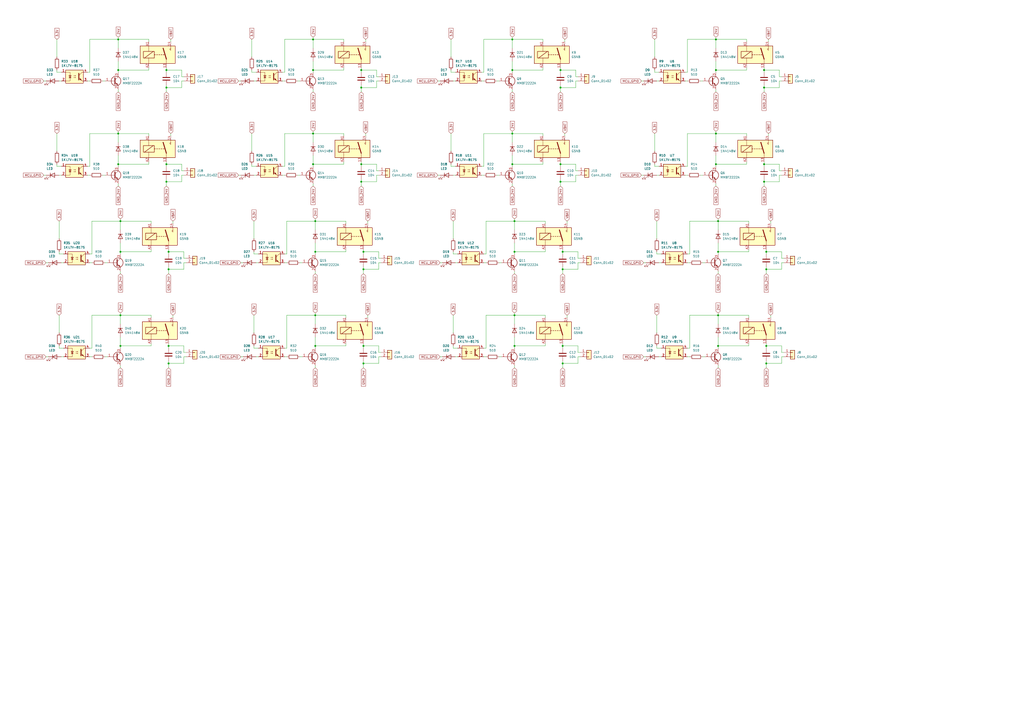
<source format=kicad_sch>
(kicad_sch (version 20250114) (generator "eeschema") (generator_version "9.0")
  (paper "A2")
  (junction (at 69.85 128.27))
  (junction (at 210.82 210.82))
  (junction (at 210.82 156.21))
  (junction (at 68.58 95.25))
  (junction (at 181.61 95.25))
  (junction (at 297.18 22.86))
  (junction (at 416.56 182.88))
  (junction (at 182.88 128.27))
  (junction (at 415.29 22.86))
  (junction (at 298.45 200.66))
  (junction (at 298.45 146.05))
  (junction (at 210.82 146.05))
  (junction (at 326.39 146.05))
  (junction (at 209.55 105.41))
  (junction (at 416.56 200.66))
  (junction (at 97.79 200.66))
  (junction (at 415.29 95.25))
  (junction (at 97.79 156.21))
  (junction (at 443.23 50.8))
  (junction (at 443.23 95.25))
  (junction (at 297.18 95.25))
  (junction (at 416.56 128.27))
  (junction (at 96.52 40.64))
  (junction (at 182.88 200.66))
  (junction (at 325.12 95.25))
  (junction (at 297.18 40.64))
  (junction (at 182.88 182.88))
  (junction (at 69.85 146.05))
  (junction (at 444.5 156.21))
  (junction (at 443.23 105.41))
  (junction (at 326.39 210.82))
  (junction (at 69.85 182.88))
  (junction (at 210.82 200.66))
  (junction (at 182.88 146.05))
  (junction (at 444.5 146.05))
  (junction (at 181.61 22.86))
  (junction (at 97.79 146.05))
  (junction (at 298.45 182.88))
  (junction (at 325.12 40.64))
  (junction (at 443.23 40.64))
  (junction (at 96.52 95.25))
  (junction (at 96.52 105.41))
  (junction (at 181.61 77.47))
  (junction (at 444.5 200.66))
  (junction (at 209.55 50.8))
  (junction (at 325.12 50.8))
  (junction (at 69.85 200.66))
  (junction (at 97.79 210.82))
  (junction (at 209.55 95.25))
  (junction (at 326.39 156.21))
  (junction (at 297.18 77.47))
  (junction (at 298.45 128.27))
  (junction (at 68.58 77.47))
  (junction (at 326.39 200.66))
  (junction (at 416.56 146.05))
  (junction (at 209.55 40.64))
  (junction (at 68.58 22.86))
  (junction (at 415.29 40.64))
  (junction (at 96.52 50.8))
  (junction (at 415.29 77.47))
  (junction (at 68.58 40.64))
  (junction (at 325.12 105.41))
  (junction (at 181.61 40.64))
  (junction (at 444.5 210.82))
  (wire (pts (xy 148.59 41.91) (xy 146.05 41.91)))
  (wire (pts (xy 139.7 152.4) (xy 140.97 152.4)))
  (wire (pts (xy 298.45 200.66) (xy 298.45 201.93)))
  (wire (pts (xy 218.44 105.41) (xy 209.55 105.41)))
  (wire (pts (xy 415.29 40.64) (xy 433.07 40.64)))
  (wire (pts (xy 265.43 147.32) (xy 262.89 147.32)))
  (wire (pts (xy 219.71 149.86) (xy 220.98 149.86)))
  (wire (pts (xy 52.07 207.01) (xy 53.34 207.01)))
  (wire (pts (xy 452.12 50.8) (xy 443.23 50.8)))
  (wire (pts (xy 199.39 77.47) (xy 199.39 78.74)))
  (wire (pts (xy 97.79 200.66) (xy 97.79 201.93)))
  (wire (pts (xy 400.05 147.32) (xy 400.05 128.27)))
  (wire (pts (xy 289.56 207.01) (xy 290.83 207.01)))
  (wire (pts (xy 96.52 49.53) (xy 96.52 50.8)))
  (wire (pts (xy 298.45 146.05) (xy 298.45 147.32)))
  (wire (pts (xy 68.58 77.47) (xy 68.58 82.55)))
  (wire (pts (xy 298.45 127) (xy 298.45 128.27)))
  (wire (pts (xy 69.85 146.05) (xy 69.85 147.32)))
  (wire (pts (xy 86.36 95.25) (xy 86.36 93.98)))
  (wire (pts (xy 106.68 152.4) (xy 106.68 156.21)))
  (wire (pts (xy 297.18 40.64) (xy 297.18 41.91)))
  (wire (pts (xy 400.05 128.27) (xy 416.56 128.27)))
  (wire (pts (xy 416.56 200.66) (xy 434.34 200.66)))
  (wire (pts (xy 52.07 147.32) (xy 53.34 147.32)))
  (wire (pts (xy 199.39 40.64) (xy 199.39 39.37)))
  (wire (pts (xy 68.58 40.64) (xy 68.58 41.91)))
  (wire (pts (xy 416.56 127) (xy 416.56 128.27)))
  (wire (pts (xy 105.41 44.45) (xy 106.68 44.45)))
  (wire (pts (xy 165.1 96.52) (xy 165.1 77.47)))
  (wire (pts (xy 165.1 41.91) (xy 165.1 22.86)))
  (wire (pts (xy 68.58 40.64) (xy 86.36 40.64)))
  (wire (pts (xy 97.79 154.94) (xy 97.79 156.21)))
  (wire (pts (xy 36.83 201.93) (xy 34.29 201.93)))
  (wire (pts (xy 452.12 46.99) (xy 453.39 46.99)))
  (wire (pts (xy 210.82 146.05) (xy 210.82 147.32)))
  (wire (pts (xy 86.36 22.86) (xy 86.36 24.13)))
  (wire (pts (xy 416.56 212.09) (xy 416.56 213.36)))
  (wire (pts (xy 33.02 22.86) (xy 33.02 33.02)))
  (wire (pts (xy 68.58 76.2) (xy 68.58 77.47)))
  (wire (pts (xy 200.66 146.05) (xy 200.66 144.78)))
  (wire (pts (xy 52.07 201.93) (xy 53.34 201.93)))
  (wire (pts (xy 172.72 46.99) (xy 173.99 46.99)))
  (wire (pts (xy 382.27 207.01) (xy 383.54 207.01)))
  (wire (pts (xy 316.23 182.88) (xy 298.45 182.88)))
  (wire (pts (xy 262.89 182.88) (xy 262.89 193.04)))
  (wire (pts (xy 316.23 182.88) (xy 316.23 184.15)))
  (wire (pts (xy 87.63 128.27) (xy 87.63 129.54)))
  (wire (pts (xy 209.55 40.64) (xy 209.55 41.91)))
  (wire (pts (xy 298.45 200.66) (xy 316.23 200.66)))
  (wire (pts (xy 297.18 77.47) (xy 297.18 82.55)))
  (wire (pts (xy 69.85 127) (xy 69.85 128.27)))
  (wire (pts (xy 35.56 152.4) (xy 36.83 152.4)))
  (wire (pts (xy 34.29 201.93) (xy 34.29 200.66)))
  (wire (pts (xy 334.01 101.6) (xy 334.01 105.41)))
  (wire (pts (xy 69.85 128.27) (xy 69.85 133.35)))
  (wire (pts (xy 218.44 46.99) (xy 218.44 50.8)))
  (wire (pts (xy 182.88 140.97) (xy 182.88 146.05)))
  (wire (pts (xy 34.29 101.6) (xy 35.56 101.6)))
  (wire (pts (xy 452.12 40.64) (xy 452.12 44.45)))
  (wire (pts (xy 147.32 182.88) (xy 147.32 193.04)))
  (wire (pts (xy 219.71 204.47) (xy 220.98 204.47)))
  (wire (pts (xy 148.59 96.52) (xy 146.05 96.52)))
  (wire (pts (xy 452.12 101.6) (xy 453.39 101.6)))
  (wire (pts (xy 335.28 200.66) (xy 335.28 204.47)))
  (wire (pts (xy 415.29 52.07) (xy 415.29 53.34)))
  (wire (pts (xy 166.37 182.88) (xy 182.88 182.88)))
  (wire (pts (xy 69.85 200.66) (xy 69.85 201.93)))
  (wire (pts (xy 173.99 152.4) (xy 175.26 152.4)))
  (wire (pts (xy 26.67 207.01) (xy 27.94 207.01)))
  (wire (pts (xy 433.07 40.64) (xy 433.07 39.37)))
  (wire (pts (xy 147.32 46.99) (xy 148.59 46.99)))
  (wire (pts (xy 181.61 22.86) (xy 181.61 27.94)))
  (wire (pts (xy 416.56 200.66) (xy 416.56 201.93)))
  (wire (pts (xy 434.34 146.05) (xy 434.34 144.78)))
  (wire (pts (xy 210.82 200.66) (xy 210.82 201.93)))
  (wire (pts (xy 443.23 104.14) (xy 443.23 105.41)))
  (wire (pts (xy 262.89 128.27) (xy 262.89 138.43)))
  (wire (pts (xy 69.85 140.97) (xy 69.85 146.05)))
  (wire (pts (xy 297.18 76.2) (xy 297.18 77.47)))
  (wire (pts (xy 146.05 77.47) (xy 146.05 87.63)))
  (wire (pts (xy 165.1 152.4) (xy 166.37 152.4)))
  (wire (pts (xy 147.32 128.27) (xy 147.32 138.43)))
  (wire (pts (xy 327.66 78.74) (xy 327.66 77.47)))
  (wire (pts (xy 254 46.99) (xy 255.27 46.99)))
  (wire (pts (xy 325.12 49.53) (xy 325.12 50.8)))
  (wire (pts (xy 279.4 96.52) (xy 280.67 96.52)))
  (wire (pts (xy 453.39 146.05) (xy 453.39 149.86)))
  (wire (pts (xy 106.68 156.21) (xy 97.79 156.21)))
  (wire (pts (xy 68.58 52.07) (xy 68.58 53.34)))
  (wire (pts (xy 398.78 147.32) (xy 400.05 147.32)))
  (wire (pts (xy 86.36 77.47) (xy 86.36 78.74)))
  (wire (pts (xy 219.71 152.4) (xy 220.98 152.4)))
  (wire (pts (xy 165.1 22.86) (xy 181.61 22.86)))
  (wire (pts (xy 165.1 147.32) (xy 166.37 147.32)))
  (wire (pts (xy 149.86 201.93) (xy 147.32 201.93)))
  (wire (pts (xy 280.67 77.47) (xy 297.18 77.47)))
  (wire (pts (xy 68.58 21.59) (xy 68.58 22.86)))
  (wire (pts (xy 326.39 146.05) (xy 326.39 147.32)))
  (wire (pts (xy 415.29 77.47) (xy 415.29 82.55)))
  (wire (pts (xy 181.61 95.25) (xy 199.39 95.25)))
  (wire (pts (xy 415.29 76.2) (xy 415.29 77.47)))
  (wire (pts (xy 96.52 105.41) (xy 96.52 107.95)))
  (wire (pts (xy 381 128.27) (xy 381 138.43)))
  (wire (pts (xy 298.45 157.48) (xy 298.45 158.75)))
  (wire (pts (xy 314.96 95.25) (xy 314.96 93.98)))
  (wire (pts (xy 97.79 156.21) (xy 97.79 158.75)))
  (wire (pts (xy 172.72 101.6) (xy 173.99 101.6)))
  (wire (pts (xy 297.18 21.59) (xy 297.18 22.86)))
  (wire (pts (xy 316.23 146.05) (xy 316.23 144.78)))
  (wire (pts (xy 148.59 152.4) (xy 149.86 152.4)))
  (wire (pts (xy 181.61 40.64) (xy 199.39 40.64)))
  (wire (pts (xy 397.51 41.91) (xy 398.78 41.91)))
  (wire (pts (xy 280.67 152.4) (xy 281.94 152.4)))
  (wire (pts (xy 182.88 181.61) (xy 182.88 182.88)))
  (wire (pts (xy 106.68 210.82) (xy 97.79 210.82)))
  (wire (pts (xy 433.07 22.86) (xy 433.07 24.13)))
  (wire (pts (xy 181.61 52.07) (xy 181.61 53.34)))
  (wire (pts (xy 105.41 101.6) (xy 106.68 101.6)))
  (wire (pts (xy 210.82 156.21) (xy 210.82 158.75)))
  (wire (pts (xy 59.69 46.99) (xy 60.96 46.99)))
  (wire (pts (xy 69.85 200.66) (xy 87.63 200.66)))
  (wire (pts (xy 264.16 152.4) (xy 265.43 152.4)))
  (wire (pts (xy 165.1 207.01) (xy 166.37 207.01)))
  (wire (pts (xy 443.23 93.98) (xy 443.23 95.25)))
  (wire (pts (xy 297.18 95.25) (xy 297.18 96.52)))
  (wire (pts (xy 219.71 207.01) (xy 220.98 207.01)))
  (wire (pts (xy 433.07 77.47) (xy 433.07 78.74)))
  (wire (pts (xy 334.01 40.64) (xy 334.01 44.45)))
  (wire (pts (xy 96.52 40.64) (xy 105.41 40.64)))
  (wire (pts (xy 335.28 152.4) (xy 336.55 152.4)))
  (wire (pts (xy 99.06 24.13) (xy 99.06 22.86)))
  (wire (pts (xy 325.12 50.8) (xy 325.12 53.34)))
  (wire (pts (xy 335.28 146.05) (xy 335.28 149.86)))
  (wire (pts (xy 100.33 184.15) (xy 100.33 182.88)))
  (wire (pts (xy 147.32 201.93) (xy 147.32 200.66)))
  (wire (pts (xy 200.66 200.66) (xy 200.66 199.39)))
  (wire (pts (xy 173.99 207.01) (xy 175.26 207.01)))
  (wire (pts (xy 415.29 90.17) (xy 415.29 95.25)))
  (wire (pts (xy 96.52 50.8) (xy 96.52 53.34)))
  (wire (pts (xy 219.71 200.66) (xy 219.71 204.47)))
  (wire (pts (xy 452.12 46.99) (xy 452.12 50.8)))
  (wire (pts (xy 219.71 146.05) (xy 219.71 149.86)))
  (wire (pts (xy 416.56 146.05) (xy 434.34 146.05)))
  (wire (pts (xy 105.41 101.6) (xy 105.41 105.41)))
  (wire (pts (xy 163.83 41.91) (xy 165.1 41.91)))
  (wire (pts (xy 379.73 22.86) (xy 379.73 33.02)))
  (wire (pts (xy 209.55 39.37) (xy 209.55 40.64)))
  (wire (pts (xy 381 201.93) (xy 381 200.66)))
  (wire (pts (xy 279.4 41.91) (xy 280.67 41.91)))
  (wire (pts (xy 382.27 96.52) (xy 379.73 96.52)))
  (wire (pts (xy 444.5 209.55) (xy 444.5 210.82)))
  (wire (pts (xy 453.39 207.01) (xy 454.66 207.01)))
  (wire (pts (xy 335.28 207.01) (xy 335.28 210.82)))
  (wire (pts (xy 34.29 46.99) (xy 35.56 46.99)))
  (wire (pts (xy 443.23 95.25) (xy 443.23 96.52)))
  (wire (pts (xy 182.88 146.05) (xy 200.66 146.05)))
  (wire (pts (xy 416.56 182.88) (xy 416.56 187.96)))
  (wire (pts (xy 35.56 207.01) (xy 36.83 207.01)))
  (wire (pts (xy 182.88 195.58) (xy 182.88 200.66)))
  (wire (pts (xy 105.41 40.64) (xy 105.41 44.45)))
  (wire (pts (xy 443.23 95.25) (xy 452.12 95.25)))
  (wire (pts (xy 280.67 22.86) (xy 297.18 22.86)))
  (wire (pts (xy 381 147.32) (xy 381 146.05)))
  (wire (pts (xy 379.73 41.91) (xy 379.73 40.64)))
  (wire (pts (xy 288.29 46.99) (xy 289.56 46.99)))
  (wire (pts (xy 444.5 146.05) (xy 453.39 146.05)))
  (wire (pts (xy 334.01 50.8) (xy 325.12 50.8)))
  (wire (pts (xy 381 46.99) (xy 382.27 46.99)))
  (wire (pts (xy 444.5 199.39) (xy 444.5 200.66)))
  (wire (pts (xy 383.54 147.32) (xy 381 147.32)))
  (wire (pts (xy 444.5 210.82) (xy 444.5 213.36)))
  (wire (pts (xy 397.51 46.99) (xy 398.78 46.99)))
  (wire (pts (xy 218.44 99.06) (xy 219.71 99.06)))
  (wire (pts (xy 314.96 77.47) (xy 314.96 78.74)))
  (wire (pts (xy 434.34 128.27) (xy 416.56 128.27)))
  (wire (pts (xy 407.67 152.4) (xy 408.94 152.4)))
  (wire (pts (xy 52.07 41.91) (xy 52.07 22.86)))
  (wire (pts (xy 334.01 44.45) (xy 335.28 44.45)))
  (wire (pts (xy 398.78 22.86) (xy 415.29 22.86)))
  (wire (pts (xy 199.39 22.86) (xy 181.61 22.86)))
  (wire (pts (xy 87.63 128.27) (xy 69.85 128.27)))
  (wire (pts (xy 200.66 182.88) (xy 200.66 184.15)))
  (wire (pts (xy 297.18 90.17) (xy 297.18 95.25)))
  (wire (pts (xy 297.18 106.68) (xy 297.18 107.95)))
  (wire (pts (xy 443.23 50.8) (xy 443.23 53.34)))
  (wire (pts (xy 59.69 101.6) (xy 60.96 101.6)))
  (wire (pts (xy 443.23 39.37) (xy 443.23 40.64)))
  (wire (pts (xy 181.61 40.64) (xy 181.61 41.91)))
  (wire (pts (xy 298.45 181.61) (xy 298.45 182.88)))
  (wire (pts (xy 213.36 129.54) (xy 213.36 128.27)))
  (wire (pts (xy 416.56 181.61) (xy 416.56 182.88)))
  (wire (pts (xy 210.82 199.39) (xy 210.82 200.66)))
  (wire (pts (xy 379.73 96.52) (xy 379.73 95.25)))
  (wire (pts (xy 288.29 101.6) (xy 289.56 101.6)))
  (wire (pts (xy 326.39 144.78) (xy 326.39 146.05)))
  (wire (pts (xy 447.04 184.15) (xy 447.04 182.88)))
  (wire (pts (xy 297.18 95.25) (xy 314.96 95.25)))
  (wire (pts (xy 96.52 39.37) (xy 96.52 40.64)))
  (wire (pts (xy 68.58 95.25) (xy 68.58 96.52)))
  (wire (pts (xy 326.39 210.82) (xy 326.39 213.36)))
  (wire (pts (xy 326.39 146.05) (xy 335.28 146.05)))
  (wire (pts (xy 53.34 201.93) (xy 53.34 182.88)))
  (wire (pts (xy 149.86 147.32) (xy 147.32 147.32)))
  (wire (pts (xy 219.71 210.82) (xy 210.82 210.82)))
  (wire (pts (xy 106.68 200.66) (xy 106.68 204.47)))
  (wire (pts (xy 105.41 99.06) (xy 106.68 99.06)))
  (wire (pts (xy 100.33 129.54) (xy 100.33 128.27)))
  (wire (pts (xy 182.88 200.66) (xy 200.66 200.66)))
  (wire (pts (xy 445.77 78.74) (xy 445.77 77.47)))
  (wire (pts (xy 325.12 95.25) (xy 334.01 95.25)))
  (wire (pts (xy 325.12 95.25) (xy 325.12 96.52)))
  (wire (pts (xy 262.89 101.6) (xy 264.16 101.6)))
  (wire (pts (xy 96.52 104.14) (xy 96.52 105.41)))
  (wire (pts (xy 398.78 41.91) (xy 398.78 22.86)))
  (wire (pts (xy 316.23 128.27) (xy 298.45 128.27)))
  (wire (pts (xy 325.12 39.37) (xy 325.12 40.64)))
  (wire (pts (xy 298.45 212.09) (xy 298.45 213.36)))
  (wire (pts (xy 328.93 129.54) (xy 328.93 128.27)))
  (wire (pts (xy 218.44 50.8) (xy 209.55 50.8)))
  (wire (pts (xy 280.67 41.91) (xy 280.67 22.86)))
  (wire (pts (xy 452.12 95.25) (xy 452.12 99.06)))
  (wire (pts (xy 210.82 144.78) (xy 210.82 146.05)))
  (wire (pts (xy 289.56 152.4) (xy 290.83 152.4)))
  (wire (pts (xy 262.89 46.99) (xy 264.16 46.99)))
  (wire (pts (xy 209.55 50.8) (xy 209.55 53.34)))
  (wire (pts (xy 444.5 200.66) (xy 444.5 201.93)))
  (wire (pts (xy 33.02 77.47) (xy 33.02 87.63)))
  (wire (pts (xy 69.85 212.09) (xy 69.85 213.36)))
  (wire (pts (xy 199.39 77.47) (xy 181.61 77.47)))
  (wire (pts (xy 314.96 22.86) (xy 314.96 24.13)))
  (wire (pts (xy 400.05 201.93) (xy 400.05 182.88)))
  (wire (pts (xy 254 101.6) (xy 255.27 101.6)))
  (wire (pts (xy 334.01 99.06) (xy 335.28 99.06)))
  (wire (pts (xy 298.45 146.05) (xy 316.23 146.05)))
  (wire (pts (xy 218.44 95.25) (xy 218.44 99.06)))
  (wire (pts (xy 326.39 200.66) (xy 335.28 200.66)))
  (wire (pts (xy 213.36 184.15) (xy 213.36 182.88)))
  (wire (pts (xy 443.23 40.64) (xy 452.12 40.64)))
  (wire (pts (xy 209.55 95.25) (xy 218.44 95.25)))
  (wire (pts (xy 33.02 41.91) (xy 33.02 40.64)))
  (wire (pts (xy 52.07 77.47) (xy 68.58 77.47)))
  (wire (pts (xy 335.28 207.01) (xy 336.55 207.01)))
  (wire (pts (xy 434.34 128.27) (xy 434.34 129.54)))
  (wire (pts (xy 52.07 22.86) (xy 68.58 22.86)))
  (wire (pts (xy 398.78 201.93) (xy 400.05 201.93)))
  (wire (pts (xy 265.43 201.93) (xy 262.89 201.93)))
  (wire (pts (xy 105.41 46.99) (xy 105.41 50.8)))
  (wire (pts (xy 96.52 93.98) (xy 96.52 95.25)))
  (wire (pts (xy 86.36 77.47) (xy 68.58 77.47)))
  (wire (pts (xy 68.58 95.25) (xy 86.36 95.25)))
  (wire (pts (xy 453.39 210.82) (xy 444.5 210.82)))
  (wire (pts (xy 433.07 22.86) (xy 415.29 22.86)))
  (wire (pts (xy 297.18 22.86) (xy 297.18 27.94)))
  (wire (pts (xy 280.67 201.93) (xy 281.94 201.93)))
  (wire (pts (xy 452.12 44.45) (xy 453.39 44.45)))
  (wire (pts (xy 219.71 156.21) (xy 210.82 156.21)))
  (wire (pts (xy 452.12 99.06) (xy 453.39 99.06)))
  (wire (pts (xy 60.96 152.4) (xy 62.23 152.4)))
  (wire (pts (xy 209.55 95.25) (xy 209.55 96.52)))
  (wire (pts (xy 212.09 24.13) (xy 212.09 22.86)))
  (wire (pts (xy 400.05 182.88) (xy 416.56 182.88)))
  (wire (pts (xy 105.41 50.8) (xy 96.52 50.8)))
  (wire (pts (xy 447.04 129.54) (xy 447.04 128.27)))
  (wire (pts (xy 200.66 128.27) (xy 200.66 129.54)))
  (wire (pts (xy 453.39 152.4) (xy 454.66 152.4)))
  (wire (pts (xy 219.71 207.01) (xy 219.71 210.82)))
  (wire (pts (xy 398.78 152.4) (xy 400.05 152.4)))
  (wire (pts (xy 328.93 184.15) (xy 328.93 182.88)))
  (wire (pts (xy 326.39 199.39) (xy 326.39 200.66)))
  (wire (pts (xy 212.09 78.74) (xy 212.09 77.47)))
  (wire (pts (xy 181.61 90.17) (xy 181.61 95.25)))
  (wire (pts (xy 181.61 35.56) (xy 181.61 40.64)))
  (wire (pts (xy 218.44 44.45) (xy 219.71 44.45)))
  (wire (pts (xy 415.29 35.56) (xy 415.29 40.64)))
  (wire (pts (xy 97.79 199.39) (xy 97.79 200.66)))
  (wire (pts (xy 218.44 40.64) (xy 218.44 44.45)))
  (wire (pts (xy 325.12 40.64) (xy 334.01 40.64)))
  (wire (pts (xy 69.85 182.88) (xy 69.85 187.96)))
  (wire (pts (xy 453.39 149.86) (xy 454.66 149.86)))
  (wire (pts (xy 335.28 156.21) (xy 326.39 156.21)))
  (wire (pts (xy 182.88 212.09) (xy 182.88 213.36)))
  (wire (pts (xy 35.56 41.91) (xy 33.02 41.91)))
  (wire (pts (xy 406.4 46.99) (xy 407.67 46.99)))
  (wire (pts (xy 406.4 101.6) (xy 407.67 101.6)))
  (wire (pts (xy 182.88 127) (xy 182.88 128.27)))
  (wire (pts (xy 200.66 128.27) (xy 182.88 128.27)))
  (wire (pts (xy 50.8 101.6) (xy 52.07 101.6)))
  (wire (pts (xy 416.56 195.58) (xy 416.56 200.66)))
  (wire (pts (xy 106.68 204.47) (xy 107.95 204.47)))
  (wire (pts (xy 297.18 40.64) (xy 314.96 40.64)))
  (wire (pts (xy 165.1 201.93) (xy 166.37 201.93)))
  (wire (pts (xy 209.55 93.98) (xy 209.55 95.25)))
  (wire (pts (xy 181.61 76.2) (xy 181.61 77.47)))
  (wire (pts (xy 166.37 128.27) (xy 182.88 128.27)))
  (wire (pts (xy 147.32 147.32) (xy 147.32 146.05)))
  (wire (pts (xy 138.43 46.99) (xy 139.7 46.99)))
  (wire (pts (xy 279.4 101.6) (xy 280.67 101.6)))
  (wire (pts (xy 182.88 146.05) (xy 182.88 147.32)))
  (wire (pts (xy 97.79 210.82) (xy 97.79 213.36)))
  (wire (pts (xy 60.96 207.01) (xy 62.23 207.01)))
  (wire (pts (xy 280.67 96.52) (xy 280.67 77.47)))
  (wire (pts (xy 210.82 210.82) (xy 210.82 213.36)))
  (wire (pts (xy 33.02 96.52) (xy 33.02 95.25)))
  (wire (pts (xy 415.29 95.25) (xy 433.07 95.25)))
  (wire (pts (xy 50.8 96.52) (xy 52.07 96.52)))
  (wire (pts (xy 181.61 21.59) (xy 181.61 22.86)))
  (wire (pts (xy 87.63 182.88) (xy 69.85 182.88)))
  (wire (pts (xy 281.94 128.27) (xy 298.45 128.27)))
  (wire (pts (xy 397.51 96.52) (xy 398.78 96.52)))
  (wire (pts (xy 218.44 101.6) (xy 219.71 101.6)))
  (wire (pts (xy 372.11 101.6) (xy 373.38 101.6)))
  (wire (pts (xy 182.88 128.27) (xy 182.88 133.35)))
  (wire (pts (xy 407.67 207.01) (xy 408.94 207.01)))
  (wire (pts (xy 373.38 152.4) (xy 374.65 152.4)))
  (wire (pts (xy 138.43 101.6) (xy 139.7 101.6)))
  (wire (pts (xy 415.29 22.86) (xy 415.29 27.94)))
  (wire (pts (xy 26.67 152.4) (xy 27.94 152.4)))
  (wire (pts (xy 53.34 128.27) (xy 69.85 128.27)))
  (wire (pts (xy 25.4 46.99) (xy 26.67 46.99)))
  (wire (pts (xy 415.29 21.59) (xy 415.29 22.86)))
  (wire (pts (xy 434.34 182.88) (xy 416.56 182.88)))
  (wire (pts (xy 453.39 200.66) (xy 453.39 204.47)))
  (wire (pts (xy 261.62 77.47) (xy 261.62 87.63)))
  (wire (pts (xy 97.79 209.55) (xy 97.79 210.82)))
  (wire (pts (xy 444.5 146.05) (xy 444.5 147.32)))
  (wire (pts (xy 452.12 105.41) (xy 443.23 105.41)))
  (wire (pts (xy 68.58 22.86) (xy 68.58 27.94)))
  (wire (pts (xy 255.27 152.4) (xy 256.54 152.4)))
  (wire (pts (xy 148.59 207.01) (xy 149.86 207.01)))
  (wire (pts (xy 298.45 195.58) (xy 298.45 200.66)))
  (wire (pts (xy 50.8 41.91) (xy 52.07 41.91)))
  (wire (pts (xy 453.39 207.01) (xy 453.39 210.82)))
  (wire (pts (xy 298.45 182.88) (xy 298.45 187.96)))
  (wire (pts (xy 105.41 95.25) (xy 105.41 99.06)))
  (wire (pts (xy 334.01 46.99) (xy 335.28 46.99)))
  (wire (pts (xy 453.39 156.21) (xy 444.5 156.21)))
  (wire (pts (xy 398.78 77.47) (xy 415.29 77.47)))
  (wire (pts (xy 106.68 146.05) (xy 106.68 149.86)))
  (wire (pts (xy 452.12 101.6) (xy 452.12 105.41)))
  (wire (pts (xy 210.82 200.66) (xy 219.71 200.66)))
  (wire (pts (xy 69.85 195.58) (xy 69.85 200.66)))
  (wire (pts (xy 298.45 128.27) (xy 298.45 133.35)))
  (wire (pts (xy 416.56 146.05) (xy 416.56 147.32)))
  (wire (pts (xy 281.94 182.88) (xy 298.45 182.88)))
  (wire (pts (xy 262.89 147.32) (xy 262.89 146.05)))
  (wire (pts (xy 298.45 140.97) (xy 298.45 146.05)))
  (wire (pts (xy 68.58 106.68) (xy 68.58 107.95)))
  (wire (pts (xy 68.58 35.56) (xy 68.58 40.64)))
  (wire (pts (xy 280.67 147.32) (xy 281.94 147.32)))
  (wire (pts (xy 199.39 22.86) (xy 199.39 24.13)))
  (wire (pts (xy 147.32 101.6) (xy 148.59 101.6)))
  (wire (pts (xy 334.01 101.6) (xy 335.28 101.6)))
  (wire (pts (xy 181.61 106.68) (xy 181.61 107.95)))
  (wire (pts (xy 163.83 46.99) (xy 165.1 46.99)))
  (wire (pts (xy 35.56 96.52) (xy 33.02 96.52)))
  (wire (pts (xy 219.71 152.4) (xy 219.71 156.21)))
  (wire (pts (xy 182.88 182.88) (xy 182.88 187.96)))
  (wire (pts (xy 96.52 95.25) (xy 105.41 95.25)))
  (wire (pts (xy 415.29 95.25) (xy 415.29 96.52)))
  (wire (pts (xy 261.62 41.91) (xy 261.62 40.64)))
  (wire (pts (xy 397.51 101.6) (xy 398.78 101.6)))
  (wire (pts (xy 36.83 147.32) (xy 34.29 147.32)))
  (wire (pts (xy 87.63 146.05) (xy 87.63 144.78)))
  (wire (pts (xy 416.56 140.97) (xy 416.56 146.05)))
  (wire (pts (xy 381 101.6) (xy 382.27 101.6)))
  (wire (pts (xy 34.29 147.32) (xy 34.29 146.05)))
  (wire (pts (xy 398.78 96.52) (xy 398.78 77.47)))
  (wire (pts (xy 335.28 149.86) (xy 336.55 149.86)))
  (wire (pts (xy 199.39 95.25) (xy 199.39 93.98)))
  (wire (pts (xy 316.23 128.27) (xy 316.23 129.54)))
  (wire (pts (xy 69.85 181.61) (xy 69.85 182.88)))
  (wire (pts (xy 53.34 182.88) (xy 69.85 182.88)))
  (wire (pts (xy 218.44 101.6) (xy 218.44 105.41)))
  (wire (pts (xy 379.73 77.47) (xy 379.73 87.63)))
  (wire (pts (xy 434.34 200.66) (xy 434.34 199.39)))
  (wire (pts (xy 334.01 105.41) (xy 325.12 105.41)))
  (wire (pts (xy 334.01 95.25) (xy 334.01 99.06)))
  (wire (pts (xy 335.28 204.47) (xy 336.55 204.47)))
  (wire (pts (xy 415.29 40.64) (xy 415.29 41.91)))
  (wire (pts (xy 444.5 144.78) (xy 444.5 146.05)))
  (wire (pts (xy 97.79 144.78) (xy 97.79 146.05)))
  (wire (pts (xy 165.1 77.47) (xy 181.61 77.47)))
  (wire (pts (xy 210.82 154.94) (xy 210.82 156.21)))
  (wire (pts (xy 444.5 200.66) (xy 453.39 200.66)))
  (wire (pts (xy 264.16 207.01) (xy 265.43 207.01)))
  (wire (pts (xy 139.7 207.01) (xy 140.97 207.01)))
  (wire (pts (xy 52.07 152.4) (xy 53.34 152.4)))
  (wire (pts (xy 146.05 41.91) (xy 146.05 40.64)))
  (wire (pts (xy 335.28 210.82) (xy 326.39 210.82)))
  (wire (pts (xy 255.27 207.01) (xy 256.54 207.01)))
  (wire (pts (xy 262.89 201.93) (xy 262.89 200.66)))
  (wire (pts (xy 445.77 24.13) (xy 445.77 22.86)))
  (wire (pts (xy 209.55 104.14) (xy 209.55 105.41)))
  (wire (pts (xy 163.83 101.6) (xy 165.1 101.6)))
  (wire (pts (xy 68.58 90.17) (xy 68.58 95.25)))
  (wire (pts (xy 453.39 152.4) (xy 453.39 156.21)))
  (wire (pts (xy 381 182.88) (xy 381 193.04)))
  (wire (pts (xy 166.37 147.32) (xy 166.37 128.27)))
  (wire (pts (xy 327.66 24.13) (xy 327.66 22.86)))
  (wire (pts (xy 335.28 152.4) (xy 335.28 156.21)))
  (wire (pts (xy 297.18 35.56) (xy 297.18 40.64)))
  (wire (pts (xy 326.39 209.55) (xy 326.39 210.82)))
  (wire (pts (xy 382.27 152.4) (xy 383.54 152.4)))
  (wire (pts (xy 314.96 40.64) (xy 314.96 39.37)))
  (wire (pts (xy 264.16 96.52) (xy 261.62 96.52)))
  (wire (pts (xy 106.68 152.4) (xy 107.95 152.4)))
  (wire (pts (xy 200.66 182.88) (xy 182.88 182.88)))
  (wire (pts (xy 105.41 46.99) (xy 106.68 46.99)))
  (wire (pts (xy 87.63 200.66) (xy 87.63 199.39)))
  (wire (pts (xy 433.07 95.25) (xy 433.07 93.98)))
  (wire (pts (xy 316.23 200.66) (xy 316.23 199.39)))
  (wire (pts (xy 443.23 40.64) (xy 443.23 41.91)))
  (wire (pts (xy 314.96 77.47) (xy 297.18 77.47)))
  (wire (pts (xy 279.4 46.99) (xy 280.67 46.99)))
  (wire (pts (xy 383.54 201.93) (xy 381 201.93)))
  (wire (pts (xy 209.55 40.64) (xy 218.44 40.64)))
  (wire (pts (xy 146.05 22.86) (xy 146.05 33.02)))
  (wire (pts (xy 209.55 105.41) (xy 209.55 107.95)))
  (wire (pts (xy 334.01 46.99) (xy 334.01 50.8)))
  (wire (pts (xy 325.12 105.41) (xy 325.12 107.95)))
  (wire (pts (xy 325.12 40.64) (xy 325.12 41.91)))
  (wire (pts (xy 105.41 105.41) (xy 96.52 105.41)))
  (wire (pts (xy 325.12 93.98) (xy 325.12 95.25)))
  (wire (pts (xy 415.29 106.68) (xy 415.29 107.95)))
  (wire (pts (xy 416.56 128.27) (xy 416.56 133.35)))
  (wire (pts (xy 281.94 201.93) (xy 281.94 182.88)))
  (wire (pts (xy 210.82 209.55) (xy 210.82 210.82)))
  (wire (pts (xy 99.06 78.74) (xy 99.06 77.47)))
  (wire (pts (xy 453.39 204.47) (xy 454.66 204.47)))
  (wire (pts (xy 326.39 156.21) (xy 326.39 158.75)))
  (wire (pts (xy 96.52 95.25) (xy 96.52 96.52)))
  (wire (pts (xy 326.39 154.94) (xy 326.39 156.21)))
  (wire (pts (xy 53.34 147.32) (xy 53.34 128.27)))
  (wire (pts (xy 434.34 182.88) (xy 434.34 184.15)))
  (wire (pts (xy 86.36 40.64) (xy 86.36 39.37)))
  (wire (pts (xy 398.78 207.01) (xy 400.05 207.01)))
  (wire (pts (xy 443.23 49.53) (xy 443.23 50.8)))
  (wire (pts (xy 163.83 96.52) (xy 165.1 96.52)))
  (wire (pts (xy 443.23 105.41) (xy 443.23 107.95)))
  (wire (pts (xy 182.88 200.66) (xy 182.88 201.93)))
  (wire (pts (xy 69.85 157.48) (xy 69.85 158.75)))
  (wire (pts (xy 181.61 95.25) (xy 181.61 96.52)))
  (wire (pts (xy 97.79 146.05) (xy 97.79 147.32)))
  (wire (pts (xy 50.8 46.99) (xy 52.07 46.99)))
  (wire (pts (xy 382.27 41.91) (xy 379.73 41.91)))
  (wire (pts (xy 97.79 146.05) (xy 106.68 146.05)))
  (wire (pts (xy 25.4 101.6) (xy 26.67 101.6)))
  (wire (pts (xy 34.29 182.88) (xy 34.29 193.04)))
  (wire (pts (xy 209.55 49.53) (xy 209.55 50.8)))
  (wire (pts (xy 416.56 157.48) (xy 416.56 158.75)))
  (wire (pts (xy 181.61 77.47) (xy 181.61 82.55)))
  (wire (pts (xy 210.82 146.05) (xy 219.71 146.05)))
  (wire (pts (xy 264.16 41.91) (xy 261.62 41.91)))
  (wire (pts (xy 373.38 207.01) (xy 374.65 207.01)))
  (wire (pts (xy 96.52 40.64) (xy 96.52 41.91)))
  (wire (pts (xy 106.68 207.01) (xy 106.68 210.82)))
  (wire (pts (xy 444.5 154.94) (xy 444.5 156.21)))
  (wire (pts (xy 297.18 52.07) (xy 297.18 53.34)))
  (wire (pts (xy 261.62 22.86) (xy 261.62 33.02)))
  (wire (pts (xy 444.5 156.21) (xy 444.5 158.75)))
  (wire (pts (xy 314.96 22.86) (xy 297.18 22.86)))
  (wire (pts (xy 87.63 182.88) (xy 87.63 184.15)))
  (wire (pts (xy 372.11 46.99) (xy 373.38 46.99)))
  (wire (pts (xy 86.36 22.86) (xy 68.58 22.86)))
  (wire (pts (xy 433.07 77.47) (xy 415.29 77.47)))
  (wire (pts (xy 69.85 146.05) (xy 87.63 146.05)))
  (wire (pts (xy 52.07 96.52) (xy 52.07 77.47)))
  (wire (pts (xy 325.12 104.14) (xy 325.12 105.41)))
  (wire (pts (xy 106.68 207.01) (xy 107.95 207.01)))
  (wire (pts (xy 280.67 207.01) (xy 281.94 207.01)))
  (wire (pts (xy 166.37 201.93) (xy 166.37 182.88)))
  (wire (pts (xy 97.79 200.66) (xy 106.68 200.66)))
  (wire (pts (xy 218.44 46.99) (xy 219.71 46.99)))
  (wire (pts (xy 326.39 200.66) (xy 326.39 201.93)))
  (wire (pts (xy 146.05 96.52) (xy 146.05 95.25)))
  (wire (pts (xy 281.94 147.32) (xy 281.94 128.27)))
  (wire (pts (xy 106.68 149.86) (xy 107.95 149.86)))
  (wire (pts (xy 261.62 96.52) (xy 261.62 95.25)))
  (wire (pts (xy 182.88 157.48) (xy 182.88 158.75)))
  (wire (pts (xy 34.29 128.27) (xy 34.29 138.43)))
  (global_label "VBAT" (shape input) (at 328.93 128.27 90) (property "Intersheetrefs" "${INTERSHEET_REFS}" (effects (hide yes))))
  (global_label "VBAT" (shape input) (at 100.33 128.27 90) (property "Intersheetrefs" "${INTERSHEET_REFS}" (effects (hide yes))))
  (global_label "GND_24V" (shape input) (at 415.29 107.95 270) (property "Intersheetrefs" "${INTERSHEET_REFS}" (effects (hide yes))))
  (global_label "3.3V" (shape input) (at 34.29 128.27 90) (property "Intersheetrefs" "${INTERSHEET_REFS}" (effects (hide yes))))
  (global_label "MCU_GPIO" (shape input) (at 138.43 46.99 180) (property "Intersheetrefs" "${INTERSHEET_REFS}" (effects (hide yes))))
  (global_label "3.3V" (shape input) (at 34.29 182.88 90) (property "Intersheetrefs" "${INTERSHEET_REFS}" (effects (hide yes))))
  (global_label "GND_24V" (shape input) (at 96.52 53.34 270) (property "Intersheetrefs" "${INTERSHEET_REFS}" (effects (hide yes))))
  (global_label "3.3V" (shape input) (at 146.05 22.86 90) (property "Intersheetrefs" "${INTERSHEET_REFS}" (effects (hide yes))))
  (global_label "24V" (shape input) (at 69.85 181.61 90) (property "Intersheetrefs" "${INTERSHEET_REFS}" (effects (hide yes))))
  (global_label "24V" (shape input) (at 181.61 76.2 90) (property "Intersheetrefs" "${INTERSHEET_REFS}" (effects (hide yes))))
  (global_label "3.3V" (shape input) (at 381 182.88 90) (property "Intersheetrefs" "${INTERSHEET_REFS}" (effects (hide yes))))
  (global_label "MCU_GPIO" (shape input) (at 25.4 101.6 180) (property "Intersheetrefs" "${INTERSHEET_REFS}" (effects (hide yes))))
  (global_label "GND_24V" (shape input) (at 325.12 107.95 270) (property "Intersheetrefs" "${INTERSHEET_REFS}" (effects (hide yes))))
  (global_label "3.3V" (shape input) (at 379.73 22.86 90) (property "Intersheetrefs" "${INTERSHEET_REFS}" (effects (hide yes))))
  (global_label "GND_24V" (shape input) (at 210.82 158.75 270) (property "Intersheetrefs" "${INTERSHEET_REFS}" (effects (hide yes))))
  (global_label "GND_24V" (shape input) (at 209.55 53.34 270) (property "Intersheetrefs" "${INTERSHEET_REFS}" (effects (hide yes))))
  (global_label "GND_24V" (shape input) (at 181.61 107.95 270) (property "Intersheetrefs" "${INTERSHEET_REFS}" (effects (hide yes))))
  (global_label "GND_24V" (shape input) (at 209.55 107.95 270) (property "Intersheetrefs" "${INTERSHEET_REFS}" (effects (hide yes))))
  (global_label "VBAT" (shape input) (at 445.77 77.47 90) (property "Intersheetrefs" "${INTERSHEET_REFS}" (effects (hide yes))))
  (global_label "GND_24V" (shape input) (at 69.85 213.36 270) (property "Intersheetrefs" "${INTERSHEET_REFS}" (effects (hide yes))))
  (global_label "GND_24V" (shape input) (at 443.23 53.34 270) (property "Intersheetrefs" "${INTERSHEET_REFS}" (effects (hide yes))))
  (global_label "GND_24V" (shape input) (at 210.82 213.36 270) (property "Intersheetrefs" "${INTERSHEET_REFS}" (effects (hide yes))))
  (global_label "VBAT" (shape input) (at 100.33 182.88 90) (property "Intersheetrefs" "${INTERSHEET_REFS}" (effects (hide yes))))
  (global_label "GND_24V" (shape input) (at 298.45 213.36 270) (property "Intersheetrefs" "${INTERSHEET_REFS}" (effects (hide yes))))
  (global_label "VBAT" (shape input) (at 447.04 128.27 90) (property "Intersheetrefs" "${INTERSHEET_REFS}" (effects (hide yes))))
  (global_label "24V" (shape input) (at 415.29 76.2 90) (property "Intersheetrefs" "${INTERSHEET_REFS}" (effects (hide yes))))
  (global_label "GND_24V" (shape input) (at 416.56 213.36 270) (property "Intersheetrefs" "${INTERSHEET_REFS}" (effects (hide yes))))
  (global_label "3.3V" (shape input) (at 33.02 77.47 90) (property "Intersheetrefs" "${INTERSHEET_REFS}" (effects (hide yes))))
  (global_label "24V" (shape input) (at 68.58 21.59 90) (property "Intersheetrefs" "${INTERSHEET_REFS}" (effects (hide yes))))
  (global_label "24V" (shape input) (at 298.45 127 90) (property "Intersheetrefs" "${INTERSHEET_REFS}" (effects (hide yes))))
  (global_label "VBAT" (shape input) (at 99.06 22.86 90) (property "Intersheetrefs" "${INTERSHEET_REFS}" (effects (hide yes))))
  (global_label "GND_24V" (shape input) (at 97.79 213.36 270) (property "Intersheetrefs" "${INTERSHEET_REFS}" (effects (hide yes))))
  (global_label "MCU_GPIO" (shape input) (at 254 101.6 180) (property "Intersheetrefs" "${INTERSHEET_REFS}" (effects (hide yes))))
  (global_label "MCU_GPIO" (shape input) (at 255.27 207.01 180) (property "Intersheetrefs" "${INTERSHEET_REFS}" (effects (hide yes))))
  (global_label "MCU_GPIO" (shape input) (at 373.38 152.4 180) (property "Intersheetrefs" "${INTERSHEET_REFS}" (effects (hide yes))))
  (global_label "VBAT" (shape input) (at 212.09 77.47 90) (property "Intersheetrefs" "${INTERSHEET_REFS}" (effects (hide yes))))
  (global_label "24V" (shape input) (at 181.61 21.59 90) (property "Intersheetrefs" "${INTERSHEET_REFS}" (effects (hide yes))))
  (global_label "3.3V" (shape input) (at 262.89 182.88 90) (property "Intersheetrefs" "${INTERSHEET_REFS}" (effects (hide yes))))
  (global_label "GND_24V" (shape input) (at 182.88 158.75 270) (property "Intersheetrefs" "${INTERSHEET_REFS}" (effects (hide yes))))
  (global_label "MCU_GPIO" (shape input) (at 139.7 207.01 180) (property "Intersheetrefs" "${INTERSHEET_REFS}" (effects (hide yes))))
  (global_label "24V" (shape input) (at 69.85 127 90) (property "Intersheetrefs" "${INTERSHEET_REFS}" (effects (hide yes))))
  (global_label "3.3V" (shape input) (at 261.62 77.47 90) (property "Intersheetrefs" "${INTERSHEET_REFS}" (effects (hide yes))))
  (global_label "3.3V" (shape input) (at 33.02 22.86 90) (property "Intersheetrefs" "${INTERSHEET_REFS}" (effects (hide yes))))
  (global_label "VBAT" (shape input) (at 213.36 128.27 90) (property "Intersheetrefs" "${INTERSHEET_REFS}" (effects (hide yes))))
  (global_label "3.3V" (shape input) (at 147.32 182.88 90) (property "Intersheetrefs" "${INTERSHEET_REFS}" (effects (hide yes))))
  (global_label "24V" (shape input) (at 298.45 181.61 90) (property "Intersheetrefs" "${INTERSHEET_REFS}" (effects (hide yes))))
  (global_label "MCU_GPIO" (shape input) (at 26.67 207.01 180) (property "Intersheetrefs" "${INTERSHEET_REFS}" (effects (hide yes))))
  (global_label "MCU_GPIO" (shape input) (at 138.43 101.6 180) (property "Intersheetrefs" "${INTERSHEET_REFS}" (effects (hide yes))))
  (global_label "GND_24V" (shape input) (at 443.23 107.95 270) (property "Intersheetrefs" "${INTERSHEET_REFS}" (effects (hide yes))))
  (global_label "GND_24V" (shape input) (at 444.5 158.75 270) (property "Intersheetrefs" "${INTERSHEET_REFS}" (effects (hide yes))))
  (global_label "VBAT" (shape input) (at 327.66 22.86 90) (property "Intersheetrefs" "${INTERSHEET_REFS}" (effects (hide yes))))
  (global_label "GND_24V" (shape input) (at 416.56 158.75 270) (property "Intersheetrefs" "${INTERSHEET_REFS}" (effects (hide yes))))
  (global_label "24V" (shape input) (at 297.18 21.59 90) (property "Intersheetrefs" "${INTERSHEET_REFS}" (effects (hide yes))))
  (global_label "24V" (shape input) (at 416.56 181.61 90) (property "Intersheetrefs" "${INTERSHEET_REFS}" (effects (hide yes))))
  (global_label "VBAT" (shape input) (at 212.09 22.86 90) (property "Intersheetrefs" "${INTERSHEET_REFS}" (effects (hide yes))))
  (global_label "VBAT" (shape input) (at 327.66 77.47 90) (property "Intersheetrefs" "${INTERSHEET_REFS}" (effects (hide yes))))
  (global_label "24V" (shape input) (at 297.18 76.2 90) (property "Intersheetrefs" "${INTERSHEET_REFS}" (effects (hide yes))))
  (global_label "24V" (shape input) (at 415.29 21.59 90) (property "Intersheetrefs" "${INTERSHEET_REFS}" (effects (hide yes))))
  (global_label "GND_24V" (shape input) (at 444.5 213.36 270) (property "Intersheetrefs" "${INTERSHEET_REFS}" (effects (hide yes))))
  (global_label "GND_24V" (shape input) (at 298.45 158.75 270) (property "Intersheetrefs" "${INTERSHEET_REFS}" (effects (hide yes))))
  (global_label "VBAT" (shape input) (at 213.36 182.88 90) (property "Intersheetrefs" "${INTERSHEET_REFS}" (effects (hide yes))))
  (global_label "VBAT" (shape input) (at 445.77 22.86 90) (property "Intersheetrefs" "${INTERSHEET_REFS}" (effects (hide yes))))
  (global_label "GND_24V" (shape input) (at 415.29 53.34 270) (property "Intersheetrefs" "${INTERSHEET_REFS}" (effects (hide yes))))
  (global_label "GND_24V" (shape input) (at 297.18 53.34 270) (property "Intersheetrefs" "${INTERSHEET_REFS}" (effects (hide yes))))
  (global_label "VBAT" (shape input) (at 328.93 182.88 90) (property "Intersheetrefs" "${INTERSHEET_REFS}" (effects (hide yes))))
  (global_label "GND_24V" (shape input) (at 297.18 107.95 270) (property "Intersheetrefs" "${INTERSHEET_REFS}" (effects (hide yes))))
  (global_label "3.3V" (shape input) (at 381 128.27 90) (property "Intersheetrefs" "${INTERSHEET_REFS}" (effects (hide yes))))
  (global_label "3.3V" (shape input) (at 262.89 128.27 90) (property "Intersheetrefs" "${INTERSHEET_REFS}" (effects (hide yes))))
  (global_label "3.3V" (shape input) (at 261.62 22.86 90) (property "Intersheetrefs" "${INTERSHEET_REFS}" (effects (hide yes))))
  (global_label "GND_24V" (shape input) (at 69.85 158.75 270) (property "Intersheetrefs" "${INTERSHEET_REFS}" (effects (hide yes))))
  (global_label "GND_24V" (shape input) (at 326.39 213.36 270) (property "Intersheetrefs" "${INTERSHEET_REFS}" (effects (hide yes))))
  (global_label "GND_24V" (shape input) (at 182.88 213.36 270) (property "Intersheetrefs" "${INTERSHEET_REFS}" (effects (hide yes))))
  (global_label "MCU_GPIO" (shape input) (at 372.11 46.99 180) (property "Intersheetrefs" "${INTERSHEET_REFS}" (effects (hide yes))))
  (global_label "GND_24V" (shape input) (at 181.61 53.34 270) (property "Intersheetrefs" "${INTERSHEET_REFS}" (effects (hide yes))))
  (global_label "VBAT" (shape input) (at 447.04 182.88 90) (property "Intersheetrefs" "${INTERSHEET_REFS}" (effects (hide yes))))
  (global_label "3.3V" (shape input) (at 146.05 77.47 90) (property "Intersheetrefs" "${INTERSHEET_REFS}" (effects (hide yes))))
  (global_label "GND_24V" (shape input) (at 68.58 53.34 270) (property "Intersheetrefs" "${INTERSHEET_REFS}" (effects (hide yes))))
  (global_label "GND_24V" (shape input) (at 326.39 158.75 270) (property "Intersheetrefs" "${INTERSHEET_REFS}" (effects (hide yes))))
  (global_label "MCU_GPIO" (shape input) (at 373.38 207.01 180) (property "Intersheetrefs" "${INTERSHEET_REFS}" (effects (hide yes))))
  (global_label "MCU_GPIO" (shape input) (at 26.67 152.4 180) (property "Intersheetrefs" "${INTERSHEET_REFS}" (effects (hide yes))))
  (global_label "GND_24V" (shape input) (at 68.58 107.95 270) (property "Intersheetrefs" "${INTERSHEET_REFS}" (effects (hide yes))))
  (global_label "MCU_GPIO" (shape input) (at 255.27 152.4 180) (property "Intersheetrefs" "${INTERSHEET_REFS}" (effects (hide yes))))
  (global_label "24V" (shape input) (at 182.88 181.61 90) (property "Intersheetrefs" "${INTERSHEET_REFS}" (effects (hide yes))))
  (global_label "MCU_GPIO" (shape input) (at 25.4 46.99 180) (property "Intersheetrefs" "${INTERSHEET_REFS}" (effects (hide yes))))
  (global_label "MCU_GPIO" (shape input) (at 372.11 101.6 180) (property "Intersheetrefs" "${INTERSHEET_REFS}" (effects (hide yes))))
  (global_label "MCU_GPIO" (shape input) (at 139.7 152.4 180) (property "Intersheetrefs" "${INTERSHEET_REFS}" (effects (hide yes))))
  (global_label "GND_24V" (shape input) (at 325.12 53.34 270) (property "Intersheetrefs" "${INTERSHEET_REFS}" (effects (hide yes))))
  (global_label "24V" (shape input) (at 182.88 127 90) (property "Intersheetrefs" "${INTERSHEET_REFS}" (effects (hide yes))))
  (global_label "3.3V" (shape input) (at 379.73 77.47 90) (property "Intersheetrefs" "${INTERSHEET_REFS}" (effects (hide yes))))
  (global_label "MCU_GPIO" (shape input) (at 254 46.99 180) (property "Intersheetrefs" "${INTERSHEET_REFS}" (effects (hide yes))))
  (global_label "VBAT" (shape input) (at 99.06 77.47 90) (property "Intersheetrefs" "${INTERSHEET_REFS}" (effects (hide yes))))
  (global_label "GND_24V" (shape input) (at 96.52 107.95 270) (property "Intersheetrefs" "${INTERSHEET_REFS}" (effects (hide yes))))
  (global_label "3.3V" (shape input) (at 147.32 128.27 90) (property "Intersheetrefs" "${INTERSHEET_REFS}" (effects (hide yes))))
  (global_label "GND_24V" (shape input) (at 97.79 158.75 270) (property "Intersheetrefs" "${INTERSHEET_REFS}" (effects (hide yes))))
  (global_label "24V" (shape input) (at 416.56 127 90) (property "Intersheetrefs" "${INTERSHEET_REFS}" (effects (hide yes))))
  (global_label "24V" (shape input) (at 68.58 76.2 90) (property "Intersheetrefs" "${INTERSHEET_REFS}" (effects (hide yes))))
  (symbol (lib_id "Isolator:LTV-817S") (at 271.78 44.45 0) (unit 1)
    (property "Reference" "U10" (at 271.78 35.56 0))
    (property "Value" "LTV-817S" (at 271.78 38.1 0))
    (property "Footprint" "Package_DIP:SMDIP-4_W9.53mm" (effects (hide yes)))
    (property "Datasheet" "http://www.us.liteon.com/downloads/LTV-817-827-847.PDF" (effects (hide yes)))
    (property "Description" "DC Optocoupler, Vce 35V, CTR 50%, SMDIP-4" (effects (hide yes)))
  )
  (symbol (lib_id "Diode:1N4148W") (at 416.56 191.77 270) (unit 1)
    (property "Reference" "D16" (at 419.1 190.4999 90) (effects (justify left)))
    (property "Value" "1N4148W" (at 419.1 193.0399 90) (effects (justify left)))
    (property "Footprint" "Diode_SMD:D_SOD-123" (effects (hide yes)))
    (property "Datasheet" "https://www.vishay.com/docs/85748/1n4148w.pdf" (effects (hide yes)))
    (property "Description" "75V 0.15A Fast Switching Diode, SOD-123" (effects (hide yes)))
    (property "Sim.Device" "D" (effects (hide yes)))
    (property "Sim.Pins" "1=K 2=A" (effects (hide yes)))
  )
  (symbol (lib_id "Device:R") (at 381 196.85 0) (unit 1)
    (property "Reference" "R12" (at 383.54 195.5799 0) (effects (justify left)))
    (property "Value" "1K" (at 383.54 198.1199 0) (effects (justify left)))
    (property "Footprint" "Resistor_SMD:R_0805_2012Metric" (effects (hide yes)))
    (property "Description" "Resistor" (effects (hide yes)))
  )
  (symbol (lib_id "Device:R") (at 146.05 91.44 0) (unit 1)
    (property "Reference" "R26" (at 148.59 90.1699 0) (effects (justify left)))
    (property "Value" "1K" (at 148.59 92.7099 0) (effects (justify left)))
    (property "Footprint" "Resistor_SMD:R_0805_2012Metric" (effects (hide yes)))
    (property "Description" "Resistor" (effects (hide yes)))
  )
  (symbol (lib_id "Connector_Generic:Conn_01x02") (at 224.79 99.06 0) (unit 1)
    (property "Reference" "J14" (at 227.33 99.0599 0) (effects (justify left)))
    (property "Value" "Conn_01x02" (at 227.33 101.5999 0) (effects (justify left)))
    (property "Footprint" "TerminalBlock_Phoenix:TerminalBlock_Phoenix_MKDS-1-2-3.81_1x02_P3.81mm_Horizontal" (effects (hide yes)))
    (property "Description" "Generic connector, single row, 01x02, script generated (kicad-library-utils/schlib/autogen/connector/)" (effects (hide yes)))
  )
  (symbol (lib_id "Device:R") (at 168.91 46.99 90) (unit 1)
    (property "Reference" "R29" (at 168.91 40.64 90))
    (property "Value" "510" (at 168.91 43.18 90))
    (property "Footprint" "Resistor_SMD:R_0805_2012Metric" (effects (hide yes)))
    (property "Description" "Resistor" (effects (hide yes)))
  )
  (symbol (lib_id "Relay:G5NB") (at 439.42 137.16 0) (unit 1)
    (property "Reference" "K7" (at 450.85 135.8899 0) (effects (justify left)))
    (property "Value" "G5NB" (at 450.85 138.4299 0) (effects (justify left)))
    (property "Footprint" "Relay_THT:Relay_SPST_Omron_G5NB" (effects (hide yes)))
    (property "Datasheet" "https://omronfs.omron.com/en_US/ecb/products/pdf/en-g5nb_el.pdf" (effects (hide yes)))
    (property "Description" "PCB Power Relay, SPST-NO, 7A (250 VAC), 5A (30 VDC)" (effects (hide yes)))
  )
  (symbol (lib_id "Connector_Generic:Conn_01x02") (at 111.76 44.45 0) (unit 1)
    (property "Reference" "J17" (at 114.3 44.4499 0) (effects (justify left)))
    (property "Value" "Conn_01x02" (at 114.3 46.9899 0) (effects (justify left)))
    (property "Footprint" "TerminalBlock_Phoenix:TerminalBlock_Phoenix_MKDS-1-2-3.81_1x02_P3.81mm_Horizontal" (effects (hide yes)))
    (property "Description" "Generic connector, single row, 01x02, script generated (kicad-library-utils/schlib/autogen/connector/)" (effects (hide yes)))
  )
  (symbol (lib_id "Transistor_BJT:MMBT2222A") (at 294.64 46.99 0) (unit 1)
    (property "Reference" "Q9" (at 299.72 45.7199 0) (effects (justify left)))
    (property "Value" "MMBT2222A" (at 299.72 48.2599 0) (effects (justify left)))
    (property "Footprint" "Package_TO_SOT_SMD:SOT-23-3" (effects (hide yes)))
    (property "Datasheet" "https://assets.nexperia.com/documents/data-sheet/MMBT2222A.pdf" (effects (hide yes)))
    (property "Description" "600mA Ic, 40V Vce, NPN Transistor, SOT-23" (effects (hide yes)))
  )
  (symbol (lib_id "Isolator:LTV-817S") (at 273.05 204.47 0) (unit 1)
    (property "Reference" "U13" (at 273.05 195.58 0))
    (property "Value" "LTV-817S" (at 273.05 198.12 0))
    (property "Footprint" "Package_DIP:SMDIP-4_W9.53mm" (effects (hide yes)))
    (property "Datasheet" "http://www.us.liteon.com/downloads/LTV-817-827-847.PDF" (effects (hide yes)))
    (property "Description" "DC Optocoupler, Vce 35V, CTR 50%, SMDIP-4" (effects (hide yes)))
  )
  (symbol (lib_id "Connector_Generic:Conn_01x02") (at 459.74 204.47 0) (unit 1)
    (property "Reference" "J8" (at 462.28 204.4699 0) (effects (justify left)))
    (property "Value" "Conn_01x02" (at 462.28 207.0099 0) (effects (justify left)))
    (property "Footprint" "TerminalBlock_Phoenix:TerminalBlock_Phoenix_MKDS-1-2-3.81_1x02_P3.81mm_Horizontal" (effects (hide yes)))
    (property "Description" "Generic connector, single row, 01x02, script generated (kicad-library-utils/schlib/autogen/connector/)" (effects (hide yes)))
  )
  (symbol (lib_id "Device:C") (at 96.52 100.33 0) (unit 1)
    (property "Reference" "C18" (at 100.33 99.0599 0) (effects (justify left)))
    (property "Value" "104" (at 100.33 101.5999 0) (effects (justify left)))
    (property "Footprint" "Capacitor_SMD:C_0805_2012Metric" (effects (hide yes)))
    (property "Description" "Unpolarized capacitor" (effects (hide yes)))
  )
  (symbol (lib_id "Connector_Generic:Conn_01x02") (at 226.06 204.47 0) (unit 1)
    (property "Reference" "J16" (at 228.6 204.4699 0) (effects (justify left)))
    (property "Value" "Conn_01x02" (at 228.6 207.0099 0) (effects (justify left)))
    (property "Footprint" "TerminalBlock_Phoenix:TerminalBlock_Phoenix_MKDS-1-2-3.81_1x02_P3.81mm_Horizontal" (effects (hide yes)))
    (property "Description" "Generic connector, single row, 01x02, script generated (kicad-library-utils/schlib/autogen/connector/)" (effects (hide yes)))
  )
  (symbol (lib_id "Relay:G5NB") (at 320.04 86.36 0) (unit 1)
    (property "Reference" "K10" (at 331.47 85.0899 0) (effects (justify left)))
    (property "Value" "G5NB" (at 331.47 87.6299 0) (effects (justify left)))
    (property "Footprint" "Relay_THT:Relay_SPST_Omron_G5NB" (effects (hide yes)))
    (property "Datasheet" "https://omronfs.omron.com/en_US/ecb/products/pdf/en-g5nb_el.pdf" (effects (hide yes)))
    (property "Description" "PCB Power Relay, SPST-NO, 7A (250 VAC), 5A (30 VDC)" (effects (hide yes)))
  )
  (symbol (lib_id "Device:R") (at 402.59 101.6 90) (unit 1)
    (property "Reference" "R14" (at 402.59 95.25 90))
    (property "Value" "510" (at 402.59 97.79 90))
    (property "Footprint" "Resistor_SMD:R_0805_2012Metric" (effects (hide yes)))
    (property "Description" "Resistor" (effects (hide yes)))
  )
  (symbol (lib_id "Connector_Generic:Conn_01x02") (at 226.06 149.86 0) (unit 1)
    (property "Reference" "J15" (at 228.6 149.8599 0) (effects (justify left)))
    (property "Value" "Conn_01x02" (at 228.6 152.3999 0) (effects (justify left)))
    (property "Footprint" "TerminalBlock_Phoenix:TerminalBlock_Phoenix_MKDS-1-2-3.81_1x02_P3.81mm_Horizontal" (effects (hide yes)))
    (property "Description" "Generic connector, single row, 01x02, script generated (kicad-library-utils/schlib/autogen/connector/)" (effects (hide yes)))
  )
  (symbol (lib_id "Transistor_BJT:MMBT2222A") (at 66.04 101.6 0) (unit 1)
    (property "Reference" "Q18" (at 71.12 100.3299 0) (effects (justify left)))
    (property "Value" "MMBT2222A" (at 71.12 102.8699 0) (effects (justify left)))
    (property "Footprint" "Package_TO_SOT_SMD:SOT-23-3" (effects (hide yes)))
    (property "Datasheet" "https://assets.nexperia.com/documents/data-sheet/MMBT2222A.pdf" (effects (hide yes)))
    (property "Description" "600mA Ic, 40V Vce, NPN Transistor, SOT-23" (effects (hide yes)))
  )
  (symbol (lib_id "Diode:1N4148W") (at 415.29 86.36 270) (unit 1)
    (property "Reference" "D14" (at 417.83 85.0899 90) (effects (justify left)))
    (property "Value" "1N4148W" (at 417.83 87.6299 90) (effects (justify left)))
    (property "Footprint" "Diode_SMD:D_SOD-123" (effects (hide yes)))
    (property "Datasheet" "https://www.vishay.com/docs/85748/1n4148w.pdf" (effects (hide yes)))
    (property "Description" "75V 0.15A Fast Switching Diode, SOD-123" (effects (hide yes)))
    (property "Sim.Device" "D" (effects (hide yes)))
    (property "Sim.Pins" "1=K 2=A" (effects (hide yes)))
  )
  (symbol (lib_id "Connector_Generic:Conn_01x02") (at 341.63 204.47 0) (unit 1)
    (property "Reference" "J12" (at 344.17 204.4699 0) (effects (justify left)))
    (property "Value" "Conn_01x02" (at 344.17 207.0099 0) (effects (justify left)))
    (property "Footprint" "TerminalBlock_Phoenix:TerminalBlock_Phoenix_MKDS-1-2-3.81_1x02_P3.81mm_Horizontal" (effects (hide yes)))
    (property "Description" "Generic connector, single row, 01x02, script generated (kicad-library-utils/schlib/autogen/connector/)" (effects (hide yes)))
  )
  (symbol (lib_id "Connector_Generic:Conn_01x02") (at 458.47 99.06 0) (unit 1)
    (property "Reference" "J6" (at 461.01 99.0599 0) (effects (justify left)))
    (property "Value" "Conn_01x02" (at 461.01 101.5999 0) (effects (justify left)))
    (property "Footprint" "TerminalBlock_Phoenix:TerminalBlock_Phoenix_MKDS-1-2-3.81_1x02_P3.81mm_Horizontal" (effects (hide yes)))
    (property "Description" "Generic connector, single row, 01x02, script generated (kicad-library-utils/schlib/autogen/connector/)" (effects (hide yes)))
  )
  (symbol (lib_id "Device:R") (at 33.02 91.44 0) (unit 1)
    (property "Reference" "R34" (at 35.56 90.1699 0) (effects (justify left)))
    (property "Value" "1K" (at 35.56 92.7099 0) (effects (justify left)))
    (property "Footprint" "Resistor_SMD:R_0805_2012Metric" (effects (hide yes)))
    (property "Description" "Resistor" (effects (hide yes)))
  )
  (symbol (lib_id "Relay:G5NB") (at 91.44 31.75 0) (unit 1)
    (property "Reference" "K17" (at 102.87 30.4799 0) (effects (justify left)))
    (property "Value" "G5NB" (at 102.87 33.0199 0) (effects (justify left)))
    (property "Footprint" "Relay_THT:Relay_SPST_Omron_G5NB" (effects (hide yes)))
    (property "Datasheet" "https://omronfs.omron.com/en_US/ecb/products/pdf/en-g5nb_el.pdf" (effects (hide yes)))
    (property "Description" "PCB Power Relay, SPST-NO, 7A (250 VAC), 5A (30 VDC)" (effects (hide yes)))
  )
  (symbol (lib_id "Transistor_BJT:MMBT2222A") (at 67.31 152.4 0) (unit 1)
    (property "Reference" "Q19" (at 72.39 151.1299 0) (effects (justify left)))
    (property "Value" "MMBT2222A" (at 72.39 153.6699 0) (effects (justify left)))
    (property "Footprint" "Package_TO_SOT_SMD:SOT-23-3" (effects (hide yes)))
    (property "Datasheet" "https://assets.nexperia.com/documents/data-sheet/MMBT2222A.pdf" (effects (hide yes)))
    (property "Description" "600mA Ic, 40V Vce, NPN Transistor, SOT-23" (effects (hide yes)))
  )
  (symbol (lib_id "Device:R") (at 170.18 207.01 90) (unit 1)
    (property "Reference" "R32" (at 170.18 200.66 90))
    (property "Value" "510" (at 170.18 203.2 90))
    (property "Footprint" "Resistor_SMD:R_0805_2012Metric" (effects (hide yes)))
    (property "Description" "Resistor" (effects (hide yes)))
  )
  (symbol (lib_id "Device:C") (at 96.52 45.72 0) (unit 1)
    (property "Reference" "C17" (at 100.33 44.4499 0) (effects (justify left)))
    (property "Value" "104" (at 100.33 46.9899 0) (effects (justify left)))
    (property "Footprint" "Capacitor_SMD:C_0805_2012Metric" (effects (hide yes)))
    (property "Description" "Unpolarized capacitor" (effects (hide yes)))
  )
  (symbol (lib_id "Isolator:LTV-817S") (at 271.78 99.06 0) (unit 1)
    (property "Reference" "U11" (at 271.78 90.17 0))
    (property "Value" "LTV-817S" (at 271.78 92.71 0))
    (property "Footprint" "Package_DIP:SMDIP-4_W9.53mm" (effects (hide yes)))
    (property "Datasheet" "http://www.us.liteon.com/downloads/LTV-817-827-847.PDF" (effects (hide yes)))
    (property "Description" "DC Optocoupler, Vce 35V, CTR 50%, SMDIP-4" (effects (hide yes)))
  )
  (symbol (lib_id "Diode:1N4148W") (at 69.85 137.16 270) (unit 1)
    (property "Reference" "D39" (at 72.39 135.8899 90) (effects (justify left)))
    (property "Value" "1N4148W" (at 72.39 138.4299 90) (effects (justify left)))
    (property "Footprint" "Diode_SMD:D_SOD-123" (effects (hide yes)))
    (property "Datasheet" "https://www.vishay.com/docs/85748/1n4148w.pdf" (effects (hide yes)))
    (property "Description" "75V 0.15A Fast Switching Diode, SOD-123" (effects (hide yes)))
    (property "Sim.Device" "D" (effects (hide yes)))
    (property "Sim.Pins" "1=K 2=A" (effects (hide yes)))
  )
  (symbol (lib_id "Device:R") (at 262.89 142.24 0) (unit 1)
    (property "Reference" "R19" (at 265.43 140.9699 0) (effects (justify left)))
    (property "Value" "1K" (at 265.43 143.5099 0) (effects (justify left)))
    (property "Footprint" "Resistor_SMD:R_0805_2012Metric" (effects (hide yes)))
    (property "Description" "Resistor" (effects (hide yes)))
  )
  (symbol (lib_id "Device:C") (at 443.23 100.33 0) (unit 1)
    (property "Reference" "C6" (at 447.04 99.0599 0) (effects (justify left)))
    (property "Value" "104" (at 447.04 101.5999 0) (effects (justify left)))
    (property "Footprint" "Capacitor_SMD:C_0805_2012Metric" (effects (hide yes)))
    (property "Description" "Unpolarized capacitor" (effects (hide yes)))
  )
  (symbol (lib_id "Device:R") (at 261.62 36.83 0) (unit 1)
    (property "Reference" "R17" (at 264.16 35.5599 0) (effects (justify left)))
    (property "Value" "1K" (at 264.16 38.0999 0) (effects (justify left)))
    (property "Footprint" "Resistor_SMD:R_0805_2012Metric" (effects (hide yes)))
    (property "Description" "Resistor" (effects (hide yes)))
  )
  (symbol (lib_id "Relay:G5NB") (at 439.42 191.77 0) (unit 1)
    (property "Reference" "K8" (at 450.85 190.4999 0) (effects (justify left)))
    (property "Value" "G5NB" (at 450.85 193.0399 0) (effects (justify left)))
    (property "Footprint" "Relay_THT:Relay_SPST_Omron_G5NB" (effects (hide yes)))
    (property "Datasheet" "https://omronfs.omron.com/en_US/ecb/products/pdf/en-g5nb_el.pdf" (effects (hide yes)))
    (property "Description" "PCB Power Relay, SPST-NO, 7A (250 VAC), 5A (30 VDC)" (effects (hide yes)))
  )
  (symbol (lib_id "Transistor_BJT:MMBT2222A") (at 412.75 101.6 0) (unit 1)
    (property "Reference" "Q6" (at 417.83 100.3299 0) (effects (justify left)))
    (property "Value" "MMBT2222A" (at 417.83 102.8699 0) (effects (justify left)))
    (property "Footprint" "Package_TO_SOT_SMD:SOT-23-3" (effects (hide yes)))
    (property "Datasheet" "https://assets.nexperia.com/documents/data-sheet/MMBT2222A.pdf" (effects (hide yes)))
    (property "Description" "600mA Ic, 40V Vce, NPN Transistor, SOT-23" (effects (hide yes)))
  )
  (symbol (lib_id "Device:R") (at 379.73 36.83 0) (unit 1)
    (property "Reference" "R9" (at 382.27 35.5599 0) (effects (justify left)))
    (property "Value" "1K" (at 382.27 38.0999 0) (effects (justify left)))
    (property "Footprint" "Resistor_SMD:R_0805_2012Metric" (effects (hide yes)))
    (property "Description" "Resistor" (effects (hide yes)))
  )
  (symbol (lib_id "Diode:1N4148W") (at 297.18 31.75 270) (unit 1)
    (property "Reference" "D21" (at 299.72 30.4799 90) (effects (justify left)))
    (property "Value" "1N4148W" (at 299.72 33.0199 90) (effects (justify left)))
    (property "Footprint" "Diode_SMD:D_SOD-123" (effects (hide yes)))
    (property "Datasheet" "https://www.vishay.com/docs/85748/1n4148w.pdf" (effects (hide yes)))
    (property "Description" "75V 0.15A Fast Switching Diode, SOD-123" (effects (hide yes)))
    (property "Sim.Device" "D" (effects (hide yes)))
    (property "Sim.Pins" "1=K 2=A" (effects (hide yes)))
  )
  (symbol (lib_id "Device:LED") (at 378.46 152.4 0) (unit 1)
    (property "Reference" "D11" (at 376.8725 146.05 0))
    (property "Value" "LED" (at 376.8725 148.59 0))
    (property "Footprint" "LED_SMD:LED_0805_2012Metric" (effects (hide yes)))
    (property "Description" "Light emitting diode" (effects (hide yes)))
    (property "Sim.Pins" "1=K 2=A" (effects (hide yes)))
  )
  (symbol (lib_id "Diode:1N4148W") (at 68.58 86.36 270) (unit 1)
    (property "Reference" "D38" (at 71.12 85.0899 90) (effects (justify left)))
    (property "Value" "1N4148W" (at 71.12 87.6299 90) (effects (justify left)))
    (property "Footprint" "Diode_SMD:D_SOD-123" (effects (hide yes)))
    (property "Datasheet" "https://www.vishay.com/docs/85748/1n4148w.pdf" (effects (hide yes)))
    (property "Description" "75V 0.15A Fast Switching Diode, SOD-123" (effects (hide yes)))
    (property "Sim.Device" "D" (effects (hide yes)))
    (property "Sim.Pins" "1=K 2=A" (effects (hide yes)))
  )
  (symbol (lib_id "Relay:G5NB") (at 438.15 31.75 0) (unit 1)
    (property "Reference" "K5" (at 449.58 30.4799 0) (effects (justify left)))
    (property "Value" "G5NB" (at 449.58 33.0199 0) (effects (justify left)))
    (property "Footprint" "Relay_THT:Relay_SPST_Omron_G5NB" (effects (hide yes)))
    (property "Datasheet" "https://omronfs.omron.com/en_US/ecb/products/pdf/en-g5nb_el.pdf" (effects (hide yes)))
    (property "Description" "PCB Power Relay, SPST-NO, 7A (250 VAC), 5A (30 VDC)" (effects (hide yes)))
  )
  (symbol (lib_id "Device:R") (at 147.32 142.24 0) (unit 1)
    (property "Reference" "R27" (at 149.86 140.9699 0) (effects (justify left)))
    (property "Value" "1K" (at 149.86 143.5099 0) (effects (justify left)))
    (property "Footprint" "Resistor_SMD:R_0805_2012Metric" (effects (hide yes)))
    (property "Description" "Resistor" (effects (hide yes)))
  )
  (symbol (lib_id "Device:R") (at 285.75 152.4 90) (unit 1)
    (property "Reference" "R23" (at 285.75 146.05 90))
    (property "Value" "510" (at 285.75 148.59 90))
    (property "Footprint" "Resistor_SMD:R_0805_2012Metric" (effects (hide yes)))
    (property "Description" "Resistor" (effects (hide yes)))
  )
  (symbol (lib_id "Isolator:LTV-817S") (at 391.16 204.47 0) (unit 1)
    (property "Reference" "U9" (at 391.16 195.58 0))
    (property "Value" "LTV-817S" (at 391.16 198.12 0))
    (property "Footprint" "Package_DIP:SMDIP-4_W9.53mm" (effects (hide yes)))
    (property "Datasheet" "http://www.us.liteon.com/downloads/LTV-817-827-847.PDF" (effects (hide yes)))
    (property "Description" "DC Optocoupler, Vce 35V, CTR 50%, SMDIP-4" (effects (hide yes)))
  )
  (symbol (lib_id "Connector_Generic:Conn_01x02") (at 340.36 44.45 0) (unit 1)
    (property "Reference" "J9" (at 342.9 44.4499 0) (effects (justify left)))
    (property "Value" "Conn_01x02" (at 342.9 46.9899 0) (effects (justify left)))
    (property "Footprint" "TerminalBlock_Phoenix:TerminalBlock_Phoenix_MKDS-1-2-3.81_1x02_P3.81mm_Horizontal" (effects (hide yes)))
    (property "Description" "Generic connector, single row, 01x02, script generated (kicad-library-utils/schlib/autogen/connector/)" (effects (hide yes)))
  )
  (symbol (lib_id "Transistor_BJT:MMBT2222A") (at 412.75 46.99 0) (unit 1)
    (property "Reference" "Q5" (at 417.83 45.7199 0) (effects (justify left)))
    (property "Value" "MMBT2222A" (at 417.83 48.2599 0) (effects (justify left)))
    (property "Footprint" "Package_TO_SOT_SMD:SOT-23-3" (effects (hide yes)))
    (property "Datasheet" "https://assets.nexperia.com/documents/data-sheet/MMBT2222A.pdf" (effects (hide yes)))
    (property "Description" "600mA Ic, 40V Vce, NPN Transistor, SOT-23" (effects (hide yes)))
  )
  (symbol (lib_id "Device:LED") (at 259.08 101.6 0) (unit 1)
    (property "Reference" "D18" (at 257.4925 95.25 0))
    (property "Value" "LED" (at 257.4925 97.79 0))
    (property "Footprint" "LED_SMD:LED_0805_2012Metric" (effects (hide yes)))
    (property "Description" "Light emitting diode" (effects (hide yes)))
    (property "Sim.Pins" "1=K 2=A" (effects (hide yes)))
  )
  (symbol (lib_id "Device:R") (at 57.15 152.4 90) (unit 1)
    (property "Reference" "R39" (at 57.15 146.05 90))
    (property "Value" "510" (at 57.15 148.59 90))
    (property "Footprint" "Resistor_SMD:R_0805_2012Metric" (effects (hide yes)))
    (property "Description" "Resistor" (effects (hide yes)))
  )
  (symbol (lib_id "Isolator:LTV-817S") (at 44.45 149.86 0) (unit 1)
    (property "Reference" "U20" (at 44.45 140.97 0))
    (property "Value" "LTV-817S" (at 44.45 143.51 0))
    (property "Footprint" "Package_DIP:SMDIP-4_W9.53mm" (effects (hide yes)))
    (property "Datasheet" "http://www.us.liteon.com/downloads/LTV-817-827-847.PDF" (effects (hide yes)))
    (property "Description" "DC Optocoupler, Vce 35V, CTR 50%, SMDIP-4" (effects (hide yes)))
  )
  (symbol (lib_id "Device:C") (at 210.82 205.74 0) (unit 1)
    (property "Reference" "C16" (at 214.63 204.4699 0) (effects (justify left)))
    (property "Value" "104" (at 214.63 207.0099 0) (effects (justify left)))
    (property "Footprint" "Capacitor_SMD:C_0805_2012Metric" (effects (hide yes)))
    (property "Description" "Unpolarized capacitor" (effects (hide yes)))
  )
  (symbol (lib_id "Relay:G5NB") (at 91.44 86.36 0) (unit 1)
    (property "Reference" "K18" (at 102.87 85.0899 0) (effects (justify left)))
    (property "Value" "G5NB" (at 102.87 87.6299 0) (effects (justify left)))
    (property "Footprint" "Relay_THT:Relay_SPST_Omron_G5NB" (effects (hide yes)))
    (property "Datasheet" "https://omronfs.omron.com/en_US/ecb/products/pdf/en-g5nb_el.pdf" (effects (hide yes)))
    (property "Description" "PCB Power Relay, SPST-NO, 7A (250 VAC), 5A (30 VDC)" (effects (hide yes)))
  )
  (symbol (lib_id "Device:R") (at 261.62 91.44 0) (unit 1)
    (property "Reference" "R18" (at 264.16 90.1699 0) (effects (justify left)))
    (property "Value" "1K" (at 264.16 92.7099 0) (effects (justify left)))
    (property "Footprint" "Resistor_SMD:R_0805_2012Metric" (effects (hide yes)))
    (property "Description" "Resistor" (effects (hide yes)))
  )
  (symbol (lib_id "Relay:G5NB") (at 321.31 191.77 0) (unit 1)
    (property "Reference" "K12" (at 332.74 190.4999 0) (effects (justify left)))
    (property "Value" "G5NB" (at 332.74 193.0399 0) (effects (justify left)))
    (property "Footprint" "Relay_THT:Relay_SPST_Omron_G5NB" (effects (hide yes)))
    (property "Datasheet" "https://omronfs.omron.com/en_US/ecb/products/pdf/en-g5nb_el.pdf" (effects (hide yes)))
    (property "Description" "PCB Power Relay, SPST-NO, 7A (250 VAC), 5A (30 VDC)" (effects (hide yes)))
  )
  (symbol (lib_id "Isolator:LTV-817S") (at 43.18 99.06 0) (unit 1)
    (property "Reference" "U19" (at 43.18 90.17 0))
    (property "Value" "LTV-817S" (at 43.18 92.71 0))
    (property "Footprint" "Package_DIP:SMDIP-4_W9.53mm" (effects (hide yes)))
    (property "Datasheet" "http://www.us.liteon.com/downloads/LTV-817-827-847.PDF" (effects (hide yes)))
    (property "Description" "DC Optocoupler, Vce 35V, CTR 50%, SMDIP-4" (effects (hide yes)))
  )
  (symbol (lib_id "Diode:1N4148W") (at 415.29 31.75 270) (unit 1)
    (property "Reference" "D13" (at 417.83 30.4799 90) (effects (justify left)))
    (property "Value" "1N4148W" (at 417.83 33.0199 90) (effects (justify left)))
    (property "Footprint" "Diode_SMD:D_SOD-123" (effects (hide yes)))
    (property "Datasheet" "https://www.vishay.com/docs/85748/1n4148w.pdf" (effects (hide yes)))
    (property "Description" "75V 0.15A Fast Switching Diode, SOD-123" (effects (hide yes)))
    (property "Sim.Device" "D" (effects (hide yes)))
    (property "Sim.Pins" "1=K 2=A" (effects (hide yes)))
  )
  (symbol (lib_id "Relay:G5NB") (at 204.47 31.75 0) (unit 1)
    (property "Reference" "K13" (at 215.9 30.4799 0) (effects (justify left)))
    (property "Value" "G5NB" (at 215.9 33.0199 0) (effects (justify left)))
    (property "Footprint" "Relay_THT:Relay_SPST_Omron_G5NB" (effects (hide yes)))
    (property "Datasheet" "https://omronfs.omron.com/en_US/ecb/products/pdf/en-g5nb_el.pdf" (effects (hide yes)))
    (property "Description" "PCB Power Relay, SPST-NO, 7A (250 VAC), 5A (30 VDC)" (effects (hide yes)))
  )
  (symbol (lib_id "Connector_Generic:Conn_01x02") (at 341.63 149.86 0) (unit 1)
    (property "Reference" "J11" (at 344.17 149.8599 0) (effects (justify left)))
    (property "Value" "Conn_01x02" (at 344.17 152.3999 0) (effects (justify left)))
    (property "Footprint" "TerminalBlock_Phoenix:TerminalBlock_Phoenix_MKDS-1-2-3.81_1x02_P3.81mm_Horizontal" (effects (hide yes)))
    (property "Description" "Generic connector, single row, 01x02, script generated (kicad-library-utils/schlib/autogen/connector/)" (effects (hide yes)))
  )
  (symbol (lib_id "Transistor_BJT:MMBT2222A") (at 295.91 152.4 0) (unit 1)
    (property "Reference" "Q11" (at 300.99 151.1299 0) (effects (justify left)))
    (property "Value" "MMBT2222A" (at 300.99 153.6699 0) (effects (justify left)))
    (property "Footprint" "Package_TO_SOT_SMD:SOT-23-3" (effects (hide yes)))
    (property "Datasheet" "https://assets.nexperia.com/documents/data-sheet/MMBT2222A.pdf" (effects (hide yes)))
    (property "Description" "600mA Ic, 40V Vce, NPN Transistor, SOT-23" (effects (hide yes)))
  )
  (symbol (lib_id "Device:LED") (at 31.75 207.01 0) (unit 1)
    (property "Reference" "D36" (at 30.1625 200.66 0))
    (property "Value" "LED" (at 30.1625 203.2 0))
    (property "Footprint" "LED_SMD:LED_0805_2012Metric" (effects (hide yes)))
    (property "Description" "Light emitting diode" (effects (hide yes)))
    (property "Sim.Pins" "1=K 2=A" (effects (hide yes)))
  )
  (symbol (lib_id "Device:R") (at 34.29 196.85 0) (unit 1)
    (property "Reference" "R36" (at 36.83 195.5799 0) (effects (justify left)))
    (property "Value" "1K" (at 36.83 198.1199 0) (effects (justify left)))
    (property "Footprint" "Resistor_SMD:R_0805_2012Metric" (effects (hide yes)))
    (property "Description" "Resistor" (effects (hide yes)))
  )
  (symbol (lib_id "Device:LED") (at 260.35 152.4 0) (unit 1)
    (property "Reference" "D19" (at 258.7625 146.05 0))
    (property "Value" "LED" (at 258.7625 148.59 0))
    (property "Footprint" "LED_SMD:LED_0805_2012Metric" (effects (hide yes)))
    (property "Description" "Light emitting diode" (effects (hide yes)))
    (property "Sim.Pins" "1=K 2=A" (effects (hide yes)))
  )
  (symbol (lib_id "Device:R") (at 55.88 101.6 90) (unit 1)
    (property "Reference" "R38" (at 55.88 95.25 90))
    (property "Value" "510" (at 55.88 97.79 90))
    (property "Footprint" "Resistor_SMD:R_0805_2012Metric" (effects (hide yes)))
    (property "Description" "Resistor" (effects (hide yes)))
  )
  (symbol (lib_id "Device:C") (at 210.82 151.13 0) (unit 1)
    (property "Reference" "C15" (at 214.63 149.8599 0) (effects (justify left)))
    (property "Value" "104" (at 214.63 152.3999 0) (effects (justify left)))
    (property "Footprint" "Capacitor_SMD:C_0805_2012Metric" (effects (hide yes)))
    (property "Description" "Unpolarized capacitor" (effects (hide yes)))
  )
  (symbol (lib_id "Diode:1N4148W") (at 69.85 191.77 270) (unit 1)
    (property "Reference" "D40" (at 72.39 190.4999 90) (effects (justify left)))
    (property "Value" "1N4148W" (at 72.39 193.0399 90) (effects (justify left)))
    (property "Footprint" "Diode_SMD:D_SOD-123" (effects (hide yes)))
    (property "Datasheet" "https://www.vishay.com/docs/85748/1n4148w.pdf" (effects (hide yes)))
    (property "Description" "75V 0.15A Fast Switching Diode, SOD-123" (effects (hide yes)))
    (property "Sim.Device" "D" (effects (hide yes)))
    (property "Sim.Pins" "1=K 2=A" (effects (hide yes)))
  )
  (symbol (lib_id "Isolator:LTV-817S") (at 43.18 44.45 0) (unit 1)
    (property "Reference" "U18" (at 43.18 35.56 0))
    (property "Value" "LTV-817S" (at 43.18 38.1 0))
    (property "Footprint" "Package_DIP:SMDIP-4_W9.53mm" (effects (hide yes)))
    (property "Datasheet" "http://www.us.liteon.com/downloads/LTV-817-827-847.PDF" (effects (hide yes)))
    (property "Description" "DC Optocoupler, Vce 35V, CTR 50%, SMDIP-4" (effects (hide yes)))
  )
  (symbol (lib_id "Device:LED") (at 377.19 101.6 0) (unit 1)
    (property "Reference" "D10" (at 375.6025 95.25 0))
    (property "Value" "LED" (at 375.6025 97.79 0))
    (property "Footprint" "LED_SMD:LED_0805_2012Metric" (effects (hide yes)))
    (property "Description" "Light emitting diode" (effects (hide yes)))
    (property "Sim.Pins" "1=K 2=A" (effects (hide yes)))
  )
  (symbol (lib_id "Transistor_BJT:MMBT2222A") (at 67.31 207.01 0) (unit 1)
    (property "Reference" "Q20" (at 72.39 205.7399 0) (effects (justify left)))
    (property "Value" "MMBT2222A" (at 72.39 208.2799 0) (effects (justify left)))
    (property "Footprint" "Package_TO_SOT_SMD:SOT-23-3" (effects (hide yes)))
    (property "Datasheet" "https://assets.nexperia.com/documents/data-sheet/MMBT2222A.pdf" (effects (hide yes)))
    (property "Description" "600mA Ic, 40V Vce, NPN Transistor, SOT-23" (effects (hide yes)))
  )
  (symbol (lib_id "Connector_Generic:Conn_01x02") (at 458.47 44.45 0) (unit 1)
    (property "Reference" "J5" (at 461.01 44.4499 0) (effects (justify left)))
    (property "Value" "Conn_01x02" (at 461.01 46.9899 0) (effects (justify left)))
    (property "Footprint" "TerminalBlock_Phoenix:TerminalBlock_Phoenix_MKDS-1-2-3.81_1x02_P3.81mm_Horizontal" (effects (hide yes)))
    (property "Description" "Generic connector, single row, 01x02, script generated (kicad-library-utils/schlib/autogen/connector/)" (effects (hide yes)))
  )
  (symbol (lib_id "Device:LED") (at 143.51 101.6 0) (unit 1)
    (property "Reference" "D26" (at 141.9225 95.25 0))
    (property "Value" "LED" (at 141.9225 97.79 0))
    (property "Footprint" "LED_SMD:LED_0805_2012Metric" (effects (hide yes)))
    (property "Description" "Light emitting diode" (effects (hide yes)))
    (property "Sim.Pins" "1=K 2=A" (effects (hide yes)))
  )
  (symbol (lib_id "Device:C") (at 444.5 205.74 0) (unit 1)
    (property "Reference" "C8" (at 448.31 204.4699 0) (effects (justify left)))
    (property "Value" "104" (at 448.31 207.0099 0) (effects (justify left)))
    (property "Footprint" "Capacitor_SMD:C_0805_2012Metric" (effects (hide yes)))
    (property "Description" "Unpolarized capacitor" (effects (hide yes)))
  )
  (symbol (lib_id "Isolator:LTV-817S") (at 157.48 204.47 0) (unit 1)
    (property "Reference" "U17" (at 157.48 195.58 0))
    (property "Value" "LTV-817S" (at 157.48 198.12 0))
    (property "Footprint" "Package_DIP:SMDIP-4_W9.53mm" (effects (hide yes)))
    (property "Datasheet" "http://www.us.liteon.com/downloads/LTV-817-827-847.PDF" (effects (hide yes)))
    (property "Description" "DC Optocoupler, Vce 35V, CTR 50%, SMDIP-4" (effects (hide yes)))
  )
  (symbol (lib_id "Device:C") (at 325.12 45.72 0) (unit 1)
    (property "Reference" "C9" (at 328.93 44.4499 0) (effects (justify left)))
    (property "Value" "104" (at 328.93 46.9899 0) (effects (justify left)))
    (property "Footprint" "Capacitor_SMD:C_0805_2012Metric" (effects (hide yes)))
    (property "Description" "Unpolarized capacitor" (effects (hide yes)))
  )
  (symbol (lib_id "Connector_Generic:Conn_01x02") (at 113.03 204.47 0) (unit 1)
    (property "Reference" "J20" (at 115.57 204.4699 0) (effects (justify left)))
    (property "Value" "Conn_01x02" (at 115.57 207.0099 0) (effects (justify left)))
    (property "Footprint" "TerminalBlock_Phoenix:TerminalBlock_Phoenix_MKDS-1-2-3.81_1x02_P3.81mm_Horizontal" (effects (hide yes)))
    (property "Description" "Generic connector, single row, 01x02, script generated (kicad-library-utils/schlib/autogen/connector/)" (effects (hide yes)))
  )
  (symbol (lib_id "Device:LED") (at 377.19 46.99 0) (unit 1)
    (property "Reference" "D9" (at 375.6025 40.64 0))
    (property "Value" "LED" (at 375.6025 43.18 0))
    (property "Footprint" "LED_SMD:LED_0805_2012Metric" (effects (hide yes)))
    (property "Description" "Light emitting diode" (effects (hide yes)))
    (property "Sim.Pins" "1=K 2=A" (effects (hide yes)))
  )
  (symbol (lib_id "Device:C") (at 443.23 45.72 0) (unit 1)
    (property "Reference" "C5" (at 447.04 44.4499 0) (effects (justify left)))
    (property "Value" "104" (at 447.04 46.9899 0) (effects (justify left)))
    (property "Footprint" "Capacitor_SMD:C_0805_2012Metric" (effects (hide yes)))
    (property "Description" "Unpolarized capacitor" (effects (hide yes)))
  )
  (symbol (lib_id "Device:C") (at 326.39 151.13 0) (unit 1)
    (property "Reference" "C11" (at 330.2 149.8599 0) (effects (justify left)))
    (property "Value" "104" (at 330.2 152.3999 0) (effects (justify left)))
    (property "Footprint" "Capacitor_SMD:C_0805_2012Metric" (effects (hide yes)))
    (property "Description" "Unpolarized capacitor" (effects (hide yes)))
  )
  (symbol (lib_id "Connector_Generic:Conn_01x02") (at 340.36 99.06 0) (unit 1)
    (property "Reference" "J10" (at 342.9 99.0599 0) (effects (justify left)))
    (property "Value" "Conn_01x02" (at 342.9 101.5999 0) (effects (justify left)))
    (property "Footprint" "TerminalBlock_Phoenix:TerminalBlock_Phoenix_MKDS-1-2-3.81_1x02_P3.81mm_Horizontal" (effects (hide yes)))
    (property "Description" "Generic connector, single row, 01x02, script generated (kicad-library-utils/schlib/autogen/connector/)" (effects (hide yes)))
  )
  (symbol (lib_id "Device:LED") (at 31.75 152.4 0) (unit 1)
    (property "Reference" "D35" (at 30.1625 146.05 0))
    (property "Value" "LED" (at 30.1625 148.59 0))
    (property "Footprint" "LED_SMD:LED_0805_2012Metric" (effects (hide yes)))
    (property "Description" "Light emitting diode" (effects (hide yes)))
    (property "Sim.Pins" "1=K 2=A" (effects (hide yes)))
  )
  (symbol (lib_id "Isolator:LTV-817S") (at 391.16 149.86 0) (unit 1)
    (property "Reference" "U8" (at 391.16 140.97 0))
    (property "Value" "LTV-817S" (at 391.16 143.51 0))
    (property "Footprint" "Package_DIP:SMDIP-4_W9.53mm" (effects (hide yes)))
    (property "Datasheet" "http://www.us.liteon.com/downloads/LTV-817-827-847.PDF" (effects (hide yes)))
    (property "Description" "DC Optocoupler, Vce 35V, CTR 50%, SMDIP-4" (effects (hide yes)))
  )
  (symbol (lib_id "Relay:G5NB") (at 92.71 137.16 0) (unit 1)
    (property "Reference" "K19" (at 104.14 135.8899 0) (effects (justify left)))
    (property "Value" "G5NB" (at 104.14 138.4299 0) (effects (justify left)))
    (property "Footprint" "Relay_THT:Relay_SPST_Omron_G5NB" (effects (hide yes)))
    (property "Datasheet" "https://omronfs.omron.com/en_US/ecb/products/pdf/en-g5nb_el.pdf" (effects (hide yes)))
    (property "Description" "PCB Power Relay, SPST-NO, 7A (250 VAC), 5A (30 VDC)" (effects (hide yes)))
  )
  (symbol (lib_id "Isolator:LTV-817S") (at 156.21 99.06 0) (unit 1)
    (property "Reference" "U15" (at 156.21 90.17 0))
    (property "Value" "LTV-817S" (at 156.21 92.71 0))
    (property "Footprint" "Package_DIP:SMDIP-4_W9.53mm" (effects (hide yes)))
    (property "Datasheet" "http://www.us.liteon.com/downloads/LTV-817-827-847.PDF" (effects (hide yes)))
    (property "Description" "DC Optocoupler, Vce 35V, CTR 50%, SMDIP-4" (effects (hide yes)))
  )
  (symbol (lib_id "Device:R") (at 284.48 46.99 90) (unit 1)
    (property "Reference" "R21" (at 284.48 40.64 90))
    (property "Value" "510" (at 284.48 43.18 90))
    (property "Footprint" "Resistor_SMD:R_0805_2012Metric" (effects (hide yes)))
    (property "Description" "Resistor" (effects (hide yes)))
  )
  (symbol (lib_id "Device:R") (at 34.29 142.24 0) (unit 1)
    (property "Reference" "R35" (at 36.83 140.9699 0) (effects (justify left)))
    (property "Value" "1K" (at 36.83 143.5099 0) (effects (justify left)))
    (property "Footprint" "Resistor_SMD:R_0805_2012Metric" (effects (hide yes)))
    (property "Description" "Resistor" (effects (hide yes)))
  )
  (symbol (lib_id "Device:R") (at 57.15 207.01 90) (unit 1)
    (property "Reference" "R40" (at 57.15 200.66 90))
    (property "Value" "510" (at 57.15 203.2 90))
    (property "Footprint" "Resistor_SMD:R_0805_2012Metric" (effects (hide yes)))
    (property "Description" "Resistor" (effects (hide yes)))
  )
  (symbol (lib_id "Connector_Generic:Conn_01x02") (at 111.76 99.06 0) (unit 1)
    (property "Reference" "J18" (at 114.3 99.0599 0) (effects (justify left)))
    (property "Value" "Conn_01x02" (at 114.3 101.5999 0) (effects (justify left)))
    (property "Footprint" "TerminalBlock_Phoenix:TerminalBlock_Phoenix_MKDS-1-2-3.81_1x02_P3.81mm_Horizontal" (effects (hide yes)))
    (property "Description" "Generic connector, single row, 01x02, script generated (kicad-library-utils/schlib/autogen/connector/)" (effects (hide yes)))
  )
  (symbol (lib_id "Diode:1N4148W") (at 416.56 137.16 270) (unit 1)
    (property "Reference" "D15" (at 419.1 135.8899 90) (effects (justify left)))
    (property "Value" "1N4148W" (at 419.1 138.4299 90) (effects (justify left)))
    (property "Footprint" "Diode_SMD:D_SOD-123" (effects (hide yes)))
    (property "Datasheet" "https://www.vishay.com/docs/85748/1n4148w.pdf" (effects (hide yes)))
    (property "Description" "75V 0.15A Fast Switching Diode, SOD-123" (effects (hide yes)))
    (property "Sim.Device" "D" (effects (hide yes)))
    (property "Sim.Pins" "1=K 2=A" (effects (hide yes)))
  )
  (symbol (lib_id "Device:C") (at 209.55 45.72 0) (unit 1)
    (property "Reference" "C13" (at 213.36 44.4499 0) (effects (justify left)))
    (property "Value" "104" (at 213.36 46.9899 0) (effects (justify left)))
    (property "Footprint" "Capacitor_SMD:C_0805_2012Metric" (effects (hide yes)))
    (property "Description" "Unpolarized capacitor" (effects (hide yes)))
  )
  (symbol (lib_id "Isolator:LTV-817S") (at 157.48 149.86 0) (unit 1)
    (property "Reference" "U16" (at 157.48 140.97 0))
    (property "Value" "LTV-817S" (at 157.48 143.51 0))
    (property "Footprint" "Package_DIP:SMDIP-4_W9.53mm" (effects (hide yes)))
    (property "Datasheet" "http://www.us.liteon.com/downloads/LTV-817-827-847.PDF" (effects (hide yes)))
    (property "Description" "DC Optocoupler, Vce 35V, CTR 50%, SMDIP-4" (effects (hide yes)))
  )
  (symbol (lib_id "Device:C") (at 97.79 205.74 0) (unit 1)
    (property "Reference" "C20" (at 101.6 204.4699 0) (effects (justify left)))
    (property "Value" "104" (at 101.6 207.0099 0) (effects (justify left)))
    (property "Footprint" "Capacitor_SMD:C_0805_2012Metric" (effects (hide yes)))
    (property "Description" "Unpolarized capacitor" (effects (hide yes)))
  )
  (symbol (lib_id "Transistor_BJT:MMBT2222A") (at 179.07 46.99 0) (unit 1)
    (property "Reference" "Q13" (at 184.15 45.7199 0) (effects (justify left)))
    (property "Value" "MMBT2222A" (at 184.15 48.2599 0) (effects (justify left)))
    (property "Footprint" "Package_TO_SOT_SMD:SOT-23-3" (effects (hide yes)))
    (property "Datasheet" "https://assets.nexperia.com/documents/data-sheet/MMBT2222A.pdf" (effects (hide yes)))
    (property "Description" "600mA Ic, 40V Vce, NPN Transistor, SOT-23" (effects (hide yes)))
  )
  (symbol (lib_id "Device:C") (at 326.39 205.74 0) (unit 1)
    (property "Reference" "C12" (at 330.2 204.4699 0) (effects (justify left)))
    (property "Value" "104" (at 330.2 207.0099 0) (effects (justify left)))
    (property "Footprint" "Capacitor_SMD:C_0805_2012Metric" (effects (hide yes)))
    (property "Description" "Unpolarized capacitor" (effects (hide yes)))
  )
  (symbol (lib_id "Device:LED") (at 259.08 46.99 0) (unit 1)
    (property "Reference" "D17" (at 257.4925 40.64 0))
    (property "Value" "LED" (at 257.4925 43.18 0))
    (property "Footprint" "LED_SMD:LED_0805_2012Metric" (effects (hide yes)))
    (property "Description" "Light emitting diode" (effects (hide yes)))
    (property "Sim.Pins" "1=K 2=A" (effects (hide yes)))
  )
  (symbol (lib_id "Transistor_BJT:MMBT2222A") (at 180.34 152.4 0) (unit 1)
    (property "Reference" "Q15" (at 185.42 151.1299 0) (effects (justify left)))
    (property "Value" "MMBT2222A" (at 185.42 153.6699 0) (effects (justify left)))
    (property "Footprint" "Package_TO_SOT_SMD:SOT-23-3" (effects (hide yes)))
    (property "Datasheet" "https://assets.nexperia.com/documents/data-sheet/MMBT2222A.pdf" (effects (hide yes)))
    (property "Description" "600mA Ic, 40V Vce, NPN Transistor, SOT-23" (effects (hide yes)))
  )
  (symbol (lib_id "Device:C") (at 209.55 100.33 0) (unit 1)
    (property "Reference" "C14" (at 213.36 99.0599 0) (effects (justify left)))
    (property "Value" "104" (at 213.36 101.5999 0) (effects (justify left)))
    (property "Footprint" "Capacitor_SMD:C_0805_2012Metric" (effects (hide yes)))
    (property "Description" "Unpolarized capacitor" (effects (hide yes)))
  )
  (symbol (lib_id "Transistor_BJT:MMBT2222A") (at 294.64 101.6 0) (unit 1)
    (property "Reference" "Q10" (at 299.72 100.3299 0) (effects (justify left)))
    (property "Value" "MMBT2222A" (at 299.72 102.8699 0) (effects (justify left)))
    (property "Footprint" "Package_TO_SOT_SMD:SOT-23-3" (effects (hide yes)))
    (property "Datasheet" "https://assets.nexperia.com/documents/data-sheet/MMBT2222A.pdf" (effects (hide yes)))
    (property "Description" "600mA Ic, 40V Vce, NPN Transistor, SOT-23" (effects (hide yes)))
  )
  (symbol (lib_id "Device:R") (at 402.59 46.99 90) (unit 1)
    (property "Reference" "R13" (at 402.59 40.64 90))
    (property "Value" "510" (at 402.59 43.18 90))
    (property "Footprint" "Resistor_SMD:R_0805_2012Metric" (effects (hide yes)))
    (property "Description" "Resistor" (effects (hide yes)))
  )
  (symbol (lib_id "Isolator:LTV-817S") (at 389.89 99.06 0) (unit 1)
    (property "Reference" "U7" (at 389.89 90.17 0))
    (property "Value" "LTV-817S" (at 389.89 92.71 0))
    (property "Footprint" "Package_DIP:SMDIP-4_W9.53mm" (effects (hide yes)))
    (property "Datasheet" "http://www.us.liteon.com/downloads/LTV-817-827-847.PDF" (effects (hide yes)))
    (property "Description" "DC Optocoupler, Vce 35V, CTR 50%, SMDIP-4" (effects (hide yes)))
  )
  (symbol (lib_id "Device:LED") (at 30.48 101.6 0) (unit 1)
    (property "Reference" "D34" (at 28.8925 95.25 0))
    (property "Value" "LED" (at 28.8925 97.79 0))
    (property "Footprint" "LED_SMD:LED_0805_2012Metric" (effects (hide yes)))
    (property "Description" "Light emitting diode" (effects (hide yes)))
    (property "Sim.Pins" "1=K 2=A" (effects (hide yes)))
  )
  (symbol (lib_id "Device:R") (at 147.32 196.85 0) (unit 1)
    (property "Reference" "R28" (at 149.86 195.5799 0) (effects (justify left)))
    (property "Value" "1K" (at 149.86 198.1199 0) (effects (justify left)))
    (property "Footprint" "Resistor_SMD:R_0805_2012Metric" (effects (hide yes)))
    (property "Description" "Resistor" (effects (hide yes)))
  )
  (symbol (lib_id "Device:C") (at 97.79 151.13 0) (unit 1)
    (property "Reference" "C19" (at 101.6 149.8599 0) (effects (justify left)))
    (property "Value" "104" (at 101.6 152.3999 0) (effects (justify left)))
    (property "Footprint" "Capacitor_SMD:C_0805_2012Metric" (effects (hide yes)))
    (property "Description" "Unpolarized capacitor" (effects (hide yes)))
  )
  (symbol (lib_id "Connector_Generic:Conn_01x02") (at 113.03 149.86 0) (unit 1)
    (property "Reference" "J19" (at 115.57 149.8599 0) (effects (justify left)))
    (property "Value" "Conn_01x02" (at 115.57 152.3999 0) (effects (justify left)))
    (property "Footprint" "TerminalBlock_Phoenix:TerminalBlock_Phoenix_MKDS-1-2-3.81_1x02_P3.81mm_Horizontal" (effects (hide yes)))
    (property "Description" "Generic connector, single row, 01x02, script generated (kicad-library-utils/schlib/autogen/connector/)" (effects (hide yes)))
  )
  (symbol (lib_id "Diode:1N4148W") (at 182.88 137.16 270) (unit 1)
    (property "Reference" "D31" (at 185.42 135.8899 90) (effects (justify left)))
    (property "Value" "1N4148W" (at 185.42 138.4299 90) (effects (justify left)))
    (property "Footprint" "Diode_SMD:D_SOD-123" (effects (hide yes)))
    (property "Datasheet" "https://www.vishay.com/docs/85748/1n4148w.pdf" (effects (hide yes)))
    (property "Description" "75V 0.15A Fast Switching Diode, SOD-123" (effects (hide yes)))
    (property "Sim.Device" "D" (effects (hide yes)))
    (property "Sim.Pins" "1=K 2=A" (effects (hide yes)))
  )
  (symbol (lib_id "Transistor_BJT:MMBT2222A") (at 179.07 101.6 0) (unit 1)
    (property "Reference" "Q14" (at 184.15 100.3299 0) (effects (justify left)))
    (property "Value" "MMBT2222A" (at 184.15 102.8699 0) (effects (justify left)))
    (property "Footprint" "Package_TO_SOT_SMD:SOT-23-3" (effects (hide yes)))
    (property "Datasheet" "https://assets.nexperia.com/documents/data-sheet/MMBT2222A.pdf" (effects (hide yes)))
    (property "Description" "600mA Ic, 40V Vce, NPN Transistor, SOT-23" (effects (hide yes)))
  )
  (symbol (lib_id "Diode:1N4148W") (at 181.61 86.36 270) (unit 1)
    (property "Reference" "D30" (at 184.15 85.0899 90) (effects (justify left)))
    (property "Value" "1N4148W" (at 184.15 87.6299 90) (effects (justify left)))
    (property "Footprint" "Diode_SMD:D_SOD-123" (effects (hide yes)))
    (property "Datasheet" "https://www.vishay.com/docs/85748/1n4148w.pdf" (effects (hide yes)))
    (property "Description" "75V 0.15A Fast Switching Diode, SOD-123" (effects (hide yes)))
    (property "Sim.Device" "D" (effects (hide yes)))
    (property "Sim.Pins" "1=K 2=A" (effects (hide yes)))
  )
  (symbol (lib_id "Relay:G5NB") (at 204.47 86.36 0) (unit 1)
    (property "Reference" "K14" (at 215.9 85.0899 0) (effects (justify left)))
    (property "Value" "G5NB" (at 215.9 87.6299 0) (effects (justify left)))
    (property "Footprint" "Relay_THT:Relay_SPST_Omron_G5NB" (effects (hide yes)))
    (property "Datasheet" "https://omronfs.omron.com/en_US/ecb/products/pdf/en-g5nb_el.pdf" (effects (hide yes)))
    (property "Description" "PCB Power Relay, SPST-NO, 7A (250 VAC), 5A (30 VDC)" (effects (hide yes)))
  )
  (symbol (lib_id "Device:R") (at 379.73 91.44 0) (unit 1)
    (property "Reference" "R10" (at 382.27 90.1699 0) (effects (justify left)))
    (property "Value" "1K" (at 382.27 92.7099 0) (effects (justify left)))
    (property "Footprint" "Resistor_SMD:R_0805_2012Metric" (effects (hide yes)))
    (property "Description" "Resistor" (effects (hide yes)))
  )
  (symbol (lib_id "Device:R") (at 170.18 152.4 90) (unit 1)
    (property "Reference" "R31" (at 170.18 146.05 90))
    (property "Value" "510" (at 170.18 148.59 90))
    (property "Footprint" "Resistor_SMD:R_0805_2012Metric" (effects (hide yes)))
    (property "Description" "Resistor" (effects (hide yes)))
  )
  (symbol (lib_id "Device:R") (at 403.86 152.4 90) (unit 1)
    (property "Reference" "R15" (at 403.86 146.05 90))
    (property "Value" "510" (at 403.86 148.59 90))
    (property "Footprint" "Resistor_SMD:R_0805_2012Metric" (effects (hide yes)))
    (property "Description" "Resistor" (effects (hide yes)))
  )
  (symbol (lib_id "Diode:1N4148W") (at 181.61 31.75 270) (unit 1)
    (property "Reference" "D29" (at 184.15 30.4799 90) (effects (justify left)))
    (property "Value" "1N4148W" (at 184.15 33.0199 90) (effects (justify left)))
    (property "Footprint" "Diode_SMD:D_SOD-123" (effects (hide yes)))
    (property "Datasheet" "https://www.vishay.com/docs/85748/1n4148w.pdf" (effects (hide yes)))
    (property "Description" "75V 0.15A Fast Switching Diode, SOD-123" (effects (hide yes)))
    (property "Sim.Device" "D" (effects (hide yes)))
    (property "Sim.Pins" "1=K 2=A" (effects (hide yes)))
  )
  (symbol (lib_id "Relay:G5NB") (at 321.31 137.16 0) (unit 1)
    (property "Reference" "K11" (at 332.74 135.8899 0) (effects (justify left)))
    (property "Value" "G5NB" (at 332.74 138.4299 0) (effects (justify left)))
    (property "Footprint" "Relay_THT:Relay_SPST_Omron_G5NB" (effects (hide yes)))
    (property "Datasheet" "https://omronfs.omron.com/en_US/ecb/products/pdf/en-g5nb_el.pdf" (effects (hide yes)))
    (property "Description" "PCB Power Relay, SPST-NO, 7A (250 VAC), 5A (30 VDC)" (effects (hide yes)))
  )
  (symbol (lib_id "Connector_Generic:Conn_01x02") (at 224.79 44.45 0) (unit 1)
    (property "Reference" "J13" (at 227.33 44.4499 0) (effects (justify left)))
    (property "Value" "Conn_01x02" (at 227.33 46.9899 0) (effects (justify left)))
    (property "Footprint" "TerminalBlock_Phoenix:TerminalBlock_Phoenix_MKDS-1-2-3.81_1x02_P3.81mm_Horizontal" (effects (hide yes)))
    (property "Description" "Generic connector, single row, 01x02, script generated (kicad-library-utils/schlib/autogen/connector/)" (effects (hide yes)))
  )
  (symbol (lib_id "Diode:1N4148W") (at 298.45 191.77 270) (unit 1)
    (property "Reference" "D24" (at 300.99 190.4999 90) (effects (justify left)))
    (property "Value" "1N4148W" (at 300.99 193.0399 90) (effects (justify left)))
    (property "Footprint" "Diode_SMD:D_SOD-123" (effects (hide yes)))
    (property "Datasheet" "https://www.vishay.com/docs/85748/1n4148w.pdf" (effects (hide yes)))
    (property "Description" "75V 0.15A Fast Switching Diode, SOD-123" (effects (hide yes)))
    (property "Sim.Device" "D" (effects (hide yes)))
    (property "Sim.Pins" "1=K 2=A" (effects (hide yes)))
  )
  (symbol (lib_id "Transistor_BJT:MMBT2222A") (at 295.91 207.01 0) (unit 1)
    (property "Reference" "Q12" (at 300.99 205.7399 0) (effects (justify left)))
    (property "Value" "MMBT2222A" (at 300.99 208.2799 0) (effects (justify left)))
    (property "Footprint" "Package_TO_SOT_SMD:SOT-23-3" (effects (hide yes)))
    (property "Datasheet" "https://assets.nexperia.com/documents/data-sheet/MMBT2222A.pdf" (effects (hide yes)))
    (property "Description" "600mA Ic, 40V Vce, NPN Transistor, SOT-23" (effects (hide yes)))
  )
  (symbol (lib_id "Diode:1N4148W") (at 298.45 137.16 270) (unit 1)
    (property "Reference" "D23" (at 300.99 135.8899 90) (effects (justify left)))
    (property "Value" "1N4148W" (at 300.99 138.4299 90) (effects (justify left)))
    (property "Footprint" "Diode_SMD:D_SOD-123" (effects (hide yes)))
    (property "Datasheet" "https://www.vishay.com/docs/85748/1n4148w.pdf" (effects (hide yes)))
    (property "Description" "75V 0.15A Fast Switching Diode, SOD-123" (effects (hide yes)))
    (property "Sim.Device" "D" (effects (hide yes)))
    (property "Sim.Pins" "1=K 2=A" (effects (hide yes)))
  )
  (symbol (lib_id "Device:LED") (at 144.78 207.01 0) (unit 1)
    (property "Reference" "D28" (at 143.1925 200.66 0))
    (property "Value" "LED" (at 143.1925 203.2 0))
    (property "Footprint" "LED_SMD:LED_0805_2012Metric" (effects (hide yes)))
    (property "Description" "Light emitting diode" (effects (hide yes)))
    (property "Sim.Pins" "1=K 2=A" (effects (hide yes)))
  )
  (symbol (lib_id "Isolator:LTV-817S") (at 156.21 44.45 0) (unit 1)
    (property "Reference" "U14" (at 156.21 35.56 0))
    (property "Value" "LTV-817S" (at 156.21 38.1 0))
    (property "Footprint" "Package_DIP:SMDIP-4_W9.53mm" (effects (hide yes)))
    (property "Datasheet" "http://www.us.liteon.com/downloads/LTV-817-827-847.PDF" (effects (hide yes)))
    (property "Description" "DC Optocoupler, Vce 35V, CTR 50%, SMDIP-4" (effects (hide yes)))
  )
  (symbol (lib_id "Relay:G5NB") (at 92.71 191.77 0) (unit 1)
    (property "Reference" "K20" (at 104.14 190.4999 0) (effects (justify left)))
    (property "Value" "G5NB" (at 104.14 193.0399 0) (effects (justify left)))
    (property "Footprint" "Relay_THT:Relay_SPST_Omron_G5NB" (effects (hide yes)))
    (property "Datasheet" "https://omronfs.omron.com/en_US/ecb/products/pdf/en-g5nb_el.pdf" (effects (hide yes)))
    (property "Description" "PCB Power Relay, SPST-NO, 7A (250 VAC), 5A (30 VDC)" (effects (hide yes)))
  )
  (symbol (lib_id "Device:LED") (at 143.51 46.99 0) (unit 1)
    (property "Reference" "D25" (at 141.9225 40.64 0))
    (property "Value" "LED" (at 141.9225 43.18 0))
    (property "Footprint" "LED_SMD:LED_0805_2012Metric" (effects (hide yes)))
    (property "Description" "Light emitting diode" (effects (hide yes)))
    (property "Sim.Pins" "1=K 2=A" (effects (hide yes)))
  )
  (symbol (lib_id "Device:R") (at 285.75 207.01 90) (unit 1)
    (property "Reference" "R24" (at 285.75 200.66 90))
    (property "Value" "510" (at 285.75 203.2 90))
    (property "Footprint" "Resistor_SMD:R_0805_2012Metric" (effects (hide yes)))
    (property "Description" "Resistor" (effects (hide yes)))
  )
  (symbol (lib_id "Relay:G5NB") (at 205.74 191.77 0) (unit 1)
    (property "Reference" "K16" (at 217.17 190.4999 0) (effects (justify left)))
    (property "Value" "G5NB" (at 217.17 193.0399 0) (effects (justify left)))
    (property "Footprint" "Relay_THT:Relay_SPST_Omron_G5NB" (effects (hide yes)))
    (property "Datasheet" "https://omronfs.omron.com/en_US/ecb/products/pdf/en-g5nb_el.pdf" (effects (hide yes)))
    (property "Description" "PCB Power Relay, SPST-NO, 7A (250 VAC), 5A (30 VDC)" (effects (hide yes)))
  )
  (symbol (lib_id "Device:LED") (at 30.48 46.99 0) (unit 1)
    (property "Reference" "D33" (at 28.8925 40.64 0))
    (property "Value" "LED" (at 28.8925 43.18 0))
    (property "Footprint" "LED_SMD:LED_0805_2012Metric" (effects (hide yes)))
    (property "Description" "Light emitting diode" (effects (hide yes)))
    (property "Sim.Pins" "1=K 2=A" (effects (hide yes)))
  )
  (symbol (lib_id "Device:R") (at 168.91 101.6 90) (unit 1)
    (property "Reference" "R30" (at 168.91 95.25 90))
    (property "Value" "510" (at 168.91 97.79 90))
    (property "Footprint" "Resistor_SMD:R_0805_2012Metric" (effects (hide yes)))
    (property "Description" "Resistor" (effects (hide yes)))
  )
  (symbol (lib_id "Transistor_BJT:MMBT2222A") (at 414.02 207.01 0) (unit 1)
    (property "Reference" "Q8" (at 419.1 205.7399 0) (effects (justify left)))
    (property "Value" "MMBT2222A" (at 419.1 208.2799 0) (effects (justify left)))
    (property "Footprint" "Package_TO_SOT_SMD:SOT-23-3" (effects (hide yes)))
    (property "Datasheet" "https://assets.nexperia.com/documents/data-sheet/MMBT2222A.pdf" (effects (hide yes)))
    (property "Description" "600mA Ic, 40V Vce, NPN Transistor, SOT-23" (effects (hide yes)))
  )
  (symbol (lib_id "Diode:1N4148W") (at 68.58 31.75 270) (unit 1)
    (property "Reference" "D37" (at 71.12 30.4799 90) (effects (justify left)))
    (property "Value" "1N4148W" (at 71.12 33.0199 90) (effects (justify left)))
    (property "Footprint" "Diode_SMD:D_SOD-123" (effects (hide yes)))
    (property "Datasheet" "https://www.vishay.com/docs/85748/1n4148w.pdf" (effects (hide yes)))
    (property "Description" "75V 0.15A Fast Switching Diode, SOD-123" (effects (hide yes)))
    (property "Sim.Device" "D" (effects (hide yes)))
    (property "Sim.Pins" "1=K 2=A" (effects (hide yes)))
  )
  (symbol (lib_id "Transistor_BJT:MMBT2222A") (at 180.34 207.01 0) (unit 1)
    (property "Reference" "Q16" (at 185.42 205.7399 0) (effects (justify left)))
    (property "Value" "MMBT2222A" (at 185.42 208.2799 0) (effects (justify left)))
    (property "Footprint" "Package_TO_SOT_SMD:SOT-23-3" (effects (hide yes)))
    (property "Datasheet" "https://assets.nexperia.com/documents/data-sheet/MMBT2222A.pdf" (effects (hide yes)))
    (property "Description" "600mA Ic, 40V Vce, NPN Transistor, SOT-23" (effects (hide yes)))
  )
  (symbol (lib_id "Isolator:LTV-817S") (at 273.05 149.86 0) (unit 1)
    (property "Reference" "U12" (at 273.05 140.97 0))
    (property "Value" "LTV-817S" (at 273.05 143.51 0))
    (property "Footprint" "Package_DIP:SMDIP-4_W9.53mm" (effects (hide yes)))
    (property "Datasheet" "http://www.us.liteon.com/downloads/LTV-817-827-847.PDF" (effects (hide yes)))
    (property "Description" "DC Optocoupler, Vce 35V, CTR 50%, SMDIP-4" (effects (hide yes)))
  )
  (symbol (lib_id "Device:R") (at 284.48 101.6 90) (unit 1)
    (property "Reference" "R22" (at 284.48 95.25 90))
    (property "Value" "510" (at 284.48 97.79 90))
    (property "Footprint" "Resistor_SMD:R_0805_2012Metric" (effects (hide yes)))
    (property "Description" "Resistor" (effects (hide yes)))
  )
  (symbol (lib_id "Isolator:LTV-817S") (at 389.89 44.45 0) (unit 1)
    (property "Reference" "U6" (at 389.89 35.56 0))
    (property "Value" "LTV-817S" (at 389.89 38.1 0))
    (property "Footprint" "Package_DIP:SMDIP-4_W9.53mm" (effects (hide yes)))
    (property "Datasheet" "http://www.us.liteon.com/downloads/LTV-817-827-847.PDF" (effects (hide yes)))
    (property "Description" "DC Optocoupler, Vce 35V, CTR 50%, SMDIP-4" (effects (hide yes)))
  )
  (symbol (lib_id "Device:R") (at 403.86 207.01 90) (unit 1)
    (property "Reference" "R16" (at 403.86 200.66 90))
    (property "Value" "510" (at 403.86 203.2 90))
    (property "Footprint" "Resistor_SMD:R_0805_2012Metric" (effects (hide yes)))
    (property "Description" "Resistor" (effects (hide yes)))
  )
  (symbol (lib_id "Transistor_BJT:MMBT2222A") (at 414.02 152.4 0) (unit 1)
    (property "Reference" "Q7" (at 419.1 151.1299 0) (effects (justify left)))
    (property "Value" "MMBT2222A" (at 419.1 153.6699 0) (effects (justify left)))
    (property "Footprint" "Package_TO_SOT_SMD:SOT-23-3" (effects (hide yes)))
    (property "Datasheet" "https://assets.nexperia.com/documents/data-sheet/MMBT2222A.pdf" (effects (hide yes)))
    (property "Description" "600mA Ic, 40V Vce, NPN Transistor, SOT-23" (effects (hide yes)))
  )
  (symbol (lib_id "Device:R") (at 55.88 46.99 90) (unit 1)
    (property "Reference" "R37" (at 55.88 40.64 90))
    (property "Value" "510" (at 55.88 43.18 90))
    (property "Footprint" "Resistor_SMD:R_0805_2012Metric" (effects (hide yes)))
    (property "Description" "Resistor" (effects (hide yes)))
  )
  (symbol (lib_id "Device:LED") (at 144.78 152.4 0) (unit 1)
    (property "Reference" "D27" (at 143.1925 146.05 0))
    (property "Value" "LED" (at 143.1925 148.59 0))
    (property "Footprint" "LED_SMD:LED_0805_2012Metric" (effects (hide yes)))
    (property "Description" "Light emitting diode" (effects (hide yes)))
    (property "Sim.Pins" "1=K 2=A" (effects (hide yes)))
  )
  (symbol (lib_id "Device:R") (at 146.05 36.83 0) (unit 1)
    (property "Reference" "R25" (at 148.59 35.5599 0) (effects (justify left)))
    (property "Value" "1K" (at 148.59 38.0999 0) (effects (justify left)))
    (property "Footprint" "Resistor_SMD:R_0805_2012Metric" (effects (hide yes)))
    (property "Description" "Resistor" (effects (hide yes)))
  )
  (symbol (lib_id "Device:R") (at 33.02 36.83 0) (unit 1)
    (property "Reference" "R33" (at 35.56 35.5599 0) (effects (justify left)))
    (property "Value" "1K" (at 35.56 38.0999 0) (effects (justify left)))
    (property "Footprint" "Resistor_SMD:R_0805_2012Metric" (effects (hide yes)))
    (property "Description" "Resistor" (effects (hide yes)))
  )
  (symbol (lib_id "Device:R") (at 381 142.24 0) (unit 1)
    (property "Reference" "R11" (at 383.54 140.9699 0) (effects (justify left)))
    (property "Value" "1K" (at 383.54 143.5099 0) (effects (justify left)))
    (property "Footprint" "Resistor_SMD:R_0805_2012Metric" (effects (hide yes)))
    (property "Description" "Resistor" (effects (hide yes)))
  )
  (symbol (lib_id "Diode:1N4148W") (at 297.18 86.36 270) (unit 1)
    (property "Reference" "D22" (at 299.72 85.0899 90) (effects (justify left)))
    (property "Value" "1N4148W" (at 299.72 87.6299 90) (effects (justify left)))
    (property "Footprint" "Diode_SMD:D_SOD-123" (effects (hide yes)))
    (property "Datasheet" "https://www.vishay.com/docs/85748/1n4148w.pdf" (effects (hide yes)))
    (property "Description" "75V 0.15A Fast Switching Diode, SOD-123" (effects (hide yes)))
    (property "Sim.Device" "D" (effects (hide yes)))
    (property "Sim.Pins" "1=K 2=A" (effects (hide yes)))
  )
  (symbol (lib_id "Device:LED") (at 378.46 207.01 0) (unit 1)
    (property "Reference" "D12" (at 376.8725 200.66 0))
    (property "Value" "LED" (at 376.8725 203.2 0))
    (property "Footprint" "LED_SMD:LED_0805_2012Metric" (effects (hide yes)))
    (property "Description" "Light emitting diode" (effects (hide yes)))
    (property "Sim.Pins" "1=K 2=A" (effects (hide yes)))
  )
  (symbol (lib_id "Device:R") (at 262.89 196.85 0) (unit 1)
    (property "Reference" "R20" (at 265.43 195.5799 0) (effects (justify left)))
    (property "Value" "1K" (at 265.43 198.1199 0) (effects (justify left)))
    (property "Footprint" "Resistor_SMD:R_0805_2012Metric" (effects (hide yes)))
    (property "Description" "Resistor" (effects (hide yes)))
  )
  (symbol (lib_id "Isolator:LTV-817S") (at 44.45 204.47 0) (unit 1)
    (property "Reference" "U21" (at 44.45 195.58 0))
    (property "Value" "LTV-817S" (at 44.45 198.12 0))
    (property "Footprint" "Package_DIP:SMDIP-4_W9.53mm" (effects (hide yes)))
    (property "Datasheet" "http://www.us.liteon.com/downloads/LTV-817-827-847.PDF" (effects (hide yes)))
    (property "Description" "DC Optocoupler, Vce 35V, CTR 50%, SMDIP-4" (effects (hide yes)))
  )
  (symbol (lib_id "Transistor_BJT:MMBT2222A") (at 66.04 46.99 0) (unit 1)
    (property "Reference" "Q17" (at 71.12 45.7199 0) (effects (justify left)))
    (property "Value" "MMBT2222A" (at 71.12 48.2599 0) (effects (justify left)))
    (property "Footprint" "Package_TO_SOT_SMD:SOT-23-3" (effects (hide yes)))
    (property "Datasheet" "https://assets.nexperia.com/documents/data-sheet/MMBT2222A.pdf" (effects (hide yes)))
    (property "Description" "600mA Ic, 40V Vce, NPN Transistor, SOT-23" (effects (hide yes)))
  )
  (symbol (lib_id "Relay:G5NB") (at 205.74 137.16 0) (unit 1)
    (property "Reference" "K15" (at 217.17 135.8899 0) (effects (justify left)))
    (property "Value" "G5NB" (at 217.17 138.4299 0) (effects (justify left)))
    (property "Footprint" "Relay_THT:Relay_SPST_Omron_G5NB" (effects (hide yes)))
    (property "Datasheet" "https://omronfs.omron.com/en_US/ecb/products/pdf/en-g5nb_el.pdf" (effects (hide yes)))
    (property "Description" "PCB Power Relay, SPST-NO, 7A (250 VAC), 5A (30 VDC)" (effects (hide yes)))
  )
  (symbol (lib_id "Device:C") (at 325.12 100.33 0) (unit 1)
    (property "Reference" "C10" (at 328.93 99.0599 0) (effects (justify left)))
    (property "Value" "104" (at 328.93 101.5999 0) (effects (justify left)))
    (property "Footprint" "Capacitor_SMD:C_0805_2012Metric" (effects (hide yes)))
    (property "Description" "Unpolarized capacitor" (effects (hide yes)))
  )
  (symbol (lib_id "Connector_Generic:Conn_01x02") (at 459.74 149.86 0) (unit 1)
    (property "Reference" "J7" (at 462.28 149.8599 0) (effects (justify left)))
    (property "Value" "Conn_01x02" (at 462.28 152.3999 0) (effects (justify left)))
    (property "Footprint" "TerminalBlock_Phoenix:TerminalBlock_Phoenix_MKDS-1-2-3.81_1x02_P3.81mm_Horizontal" (effects (hide yes)))
    (property "Description" "Generic connector, single row, 01x02, script generated (kicad-library-utils/schlib/autogen/connector/)" (effects (hide yes)))
  )
  (symbol (lib_id "Device:LED") (at 260.35 207.01 0) (unit 1)
    (property "Reference" "D20" (at 258.7625 200.66 0))
    (property "Value" "LED" (at 258.7625 203.2 0))
    (property "Footprint" "LED_SMD:LED_0805_2012Metric" (effects (hide yes)))
    (property "Description" "Light emitting diode" (effects (hide yes)))
    (property "Sim.Pins" "1=K 2=A" (effects (hide yes)))
  )
  (symbol (lib_id "Relay:G5NB") (at 320.04 31.75 0) (unit 1)
    (property "Reference" "K9" (at 331.47 30.4799 0) (effects (justify left)))
    (property "Value" "G5NB" (at 331.47 33.0199 0) (effects (justify left)))
    (property "Footprint" "Relay_THT:Relay_SPST_Omron_G5NB" (effects (hide yes)))
    (property "Datasheet" "https://omronfs.omron.com/en_US/ecb/products/pdf/en-g5nb_el.pdf" (effects (hide yes)))
    (property "Description" "PCB Power Relay, SPST-NO, 7A (250 VAC), 5A (30 VDC)" (effects (hide yes)))
  )
  (symbol (lib_id "Diode:1N4148W") (at 182.88 191.77 270) (unit 1)
    (property "Reference" "D32" (at 185.42 190.4999 90) (effects (justify left)))
    (property "Value" "1N4148W" (at 185.42 193.0399 90) (effects (justify left)))
    (property "Footprint" "Diode_SMD:D_SOD-123" (effects (hide yes)))
    (property "Datasheet" "https://www.vishay.com/docs/85748/1n4148w.pdf" (effects (hide yes)))
    (property "Description" "75V 0.15A Fast Switching Diode, SOD-123" (effects (hide yes)))
    (property "Sim.Device" "D" (effects (hide yes)))
    (property "Sim.Pins" "1=K 2=A" (effects (hide yes)))
  )
  (symbol (lib_id "Relay:G5NB") (at 438.15 86.36 0) (unit 1)
    (property "Reference" "K6" (at 449.58 85.0899 0) (effects (justify left)))
    (property "Value" "G5NB" (at 449.58 87.6299 0) (effects (justify left)))
    (property "Footprint" "Relay_THT:Relay_SPST_Omron_G5NB" (effects (hide yes)))
    (property "Datasheet" "https://omronfs.omron.com/en_US/ecb/products/pdf/en-g5nb_el.pdf" (effects (hide yes)))
    (property "Description" "PCB Power Relay, SPST-NO, 7A (250 VAC), 5A (30 VDC)" (effects (hide yes)))
  )
  (symbol (lib_id "Device:C") (at 444.5 151.13 0) (unit 1)
    (property "Reference" "C7" (at 448.31 149.8599 0) (effects (justify left)))
    (property "Value" "104" (at 448.31 152.3999 0) (effects (justify left)))
    (property "Footprint" "Capacitor_SMD:C_0805_2012Metric" (effects (hide yes)))
    (property "Description" "Unpolarized capacitor" (effects (hide yes)))
  )
)
</source>
